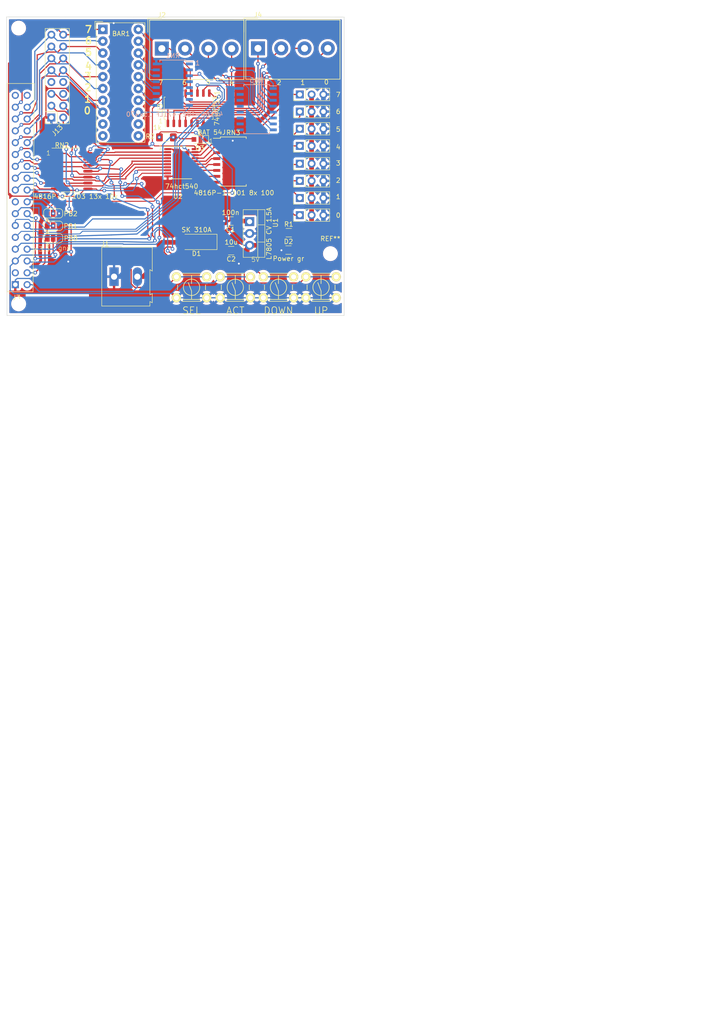
<source format=kicad_pcb>
(kicad_pcb (version 20211014) (generator pcbnew)
  (layers (0 "F.Cu" signal) (31 "B.Cu" signal) (34 "B.Paste" user) (35 "F.Paste" user) (36 "B.SilkS" user "B.Silkscreen") (37 "F.SilkS" user "F.Silkscreen") (38 "B.Mask" user) (39 "F.Mask" user) (44 "Edge.Cuts" user))
  (net 0 "")
  (net 5 "PD0")
  (net 6 "PD1")
  (net 7 "PD2")
  (net 8 "PD3")
  (net 9 "PD4")
  (net 10 "PD5")
  (net 11 "PD6")
  (net 12 "PD7")
  (net 13 "Net-(C1-Pad1)")
  (net 14 "+5V")
  (net 15 "Net-(D1-Pad2)")
  (net 16 "Net-(D2-Pad2)")
  (net 17 "GND")
  (net 18 "PC7")
  (net 19 "PC5")
  (net 20 "PC6")
  (net 21 "PC4")
  (net 22 "PC3")
  (net 23 "PC2")
  (net 24 "PC1")
  (net 25 "PC0")
  (net 26 "PB2")
  (net 27 "PB1")
  (net 28 "PB0")
  (net 29 "Net-(J5-Pad1)")
  (net 30 "Net-(J6-Pad1)")
  (net 31 "Net-(J7-Pad1)")
  (net 32 "Net-(J8-Pad1)")
  (net 33 "Net-(J9-Pad1)")
  (net 34 "Net-(J10-Pad1)")
  (net 35 "Net-(J11-Pad1)")
  (net 36 "Net-(J12-Pad1)")
  (net 37 "Net-(RN3-Pad8)")
  (net 38 "Net-(RN3-Pad7)")
  (net 39 "Net-(RN3-Pad6)")
  (net 40 "Net-(RN3-Pad5)")
  (net 41 "Net-(RN3-Pad4)")
  (net 42 "Net-(RN3-Pad3)")
  (net 43 "Net-(RN3-Pad2)")
  (net 44 "Net-(RN3-Pad1)")
  (net 45 "PA7")
  (net 46 "PA6")
  (net 47 "PA5")
  (net 48 "PA4")
  (net 49 "PA3")
  (net 50 "PA2")
  (net 51 "PA1")
  (net 52 "PA0")
  (net 53 "+3V3")
  (net 54 "Net-(D3-Pad1)")
  (net 55 "/L7")
  (net 56 "/L6")
  (net 57 "/L0")
  (net 58 "/L1")
  (net 59 "/L5")
  (net 60 "/L4")
  (net 61 "/L3")
  (net 62 "/L2")
  (net 63 "/a6")
  (net 64 "/a5")
  (net 69 "/a4")
  (net 81 "/a1")
  (net 82 "/a2")
  (net 83 "/a3")
  (net 84 "/a7")
  (net 85 "/a8")
  (footprint "Display:HDSP-4830" (layer "F.Cu") (at 37.084 108.077)
    (fp_text reference "BAR1")
    (fp_text value "HDSP-4830_2 10x LED")
  )
  (footprint "Diode_SMD:D_SMA_Handsoldering" (layer "F.Cu") (at 57.2 153.7 180)
    (fp_text reference "D1")
    (fp_text value "SK 310A")
  )
  (footprint "TerminalBlock:TerminalBlock_Altech_AK300-2_P5.00mm" (layer "F.Cu") (at 39.497 161.163)
    (fp_text reference "J1")
    (fp_text value "Screw_Terminal_01x02" hide)
  )
  (footprint "sboxnet:sboxnet-stecker-2x17" (layer "F.Cu") (at 20.828 165.4175 180)
    (fp_text reference "J3")
    (fp_text value "Conn_02x17_Odd_Even" hide)
  )
  (footprint "TerminalBlock_Altech:Altech_AK300_1x04_P5.00mm_45-Degree" (layer "F.Cu") (at 70.4 112.15)
    (fp_text reference "J4")
    (fp_text value "Screw_Terminal_01x04")
  )
  (footprint "Connector_PinHeader_2.54mm:PinHeader_1x03_P2.54mm_Vertical" (layer "F.Cu") (at 79.375 144.272 90)
    (fp_text reference "J6")
    (fp_text value "Conn_01x03_Male" hide)
  )
  (footprint "Connector_PinHeader_2.54mm:PinHeader_1x03_P2.54mm_Vertical" (layer "F.Cu") (at 79.375 140.589 90)
    (fp_text reference "J7")
    (fp_text value "Conn_01x03_Male" hide)
  )
  (footprint "Connector_PinHeader_2.54mm:PinHeader_1x03_P2.54mm_Vertical" (layer "F.Cu") (at 79.375 136.906 90)
    (fp_text reference "J8")
    (fp_text value "Conn_01x03_Male" hide)
  )
  (footprint "Connector_PinHeader_2.54mm:PinHeader_1x03_P2.54mm_Vertical" (layer "F.Cu") (at 79.375 133.096 90)
    (fp_text reference "J9")
    (fp_text value "Conn_01x03_Male" hide)
  )
  (footprint "Connector_PinHeader_2.54mm:PinHeader_1x03_P2.54mm_Vertical" (layer "F.Cu") (at 79.375 129.413 90)
    (fp_text reference "J10")
    (fp_text value "Conn_01x03_Male" hide)
  )
  (footprint "Connector_PinHeader_2.54mm:PinHeader_1x03_P2.54mm_Vertical" (layer "F.Cu") (at 79.375 125.73 90)
    (fp_text reference "J11")
    (fp_text value "Conn_01x03_Male" hide)
  )
  (footprint "Connector_PinHeader_2.54mm:PinHeader_1x03_P2.54mm_Vertical" (layer "F.Cu") (at 79.375 122.047 90)
    (fp_text reference "J12")
    (fp_text value "Conn_01x03_Male" hide)
  )
  (footprint "Jumper:SolderJumper-3_P1.3mm_Open_RoundedPad1.0x1.5mm" (layer "F.Cu") (at 26.416 147.574)
    (fp_text reference "JP1" hide)
    (fp_text value "SolderJumper_3_Open" hide)
  )
  (footprint "Jumper:SolderJumper-3_P1.3mm_Open_RoundedPad1.0x1.5mm" (layer "F.Cu") (at 26.416 152.908)
    (fp_text reference "JP2" hide)
    (fp_text value "SolderJumper_3_Open" hide)
  )
  (footprint "Jumper:SolderJumper-3_P1.3mm_Open_RoundedPad1.0x1.5mm" (layer "F.Cu") (at 26.416 150.241)
    (fp_text reference "JP3" hide)
    (fp_text value "SolderJumper_3_Open" hide)
  )
  (footprint "sboxnet:JTP-1130" (layer "F.Cu") (at 74.803 163.449)
    (fp_text reference "SW2" hide)
    (fp_text value "DOWN")
  )
  (footprint "sboxnet:JTP-1130" (layer "F.Cu") (at 65.532 163.449)
    (fp_text reference "SW3" hide)
    (fp_text value "ACT")
  )
  (footprint "sboxnet:JTP-1130" (layer "F.Cu") (at 56.134 163.449)
    (fp_text reference "SW4" hide)
    (fp_text value "SEL")
  )
  (footprint "Package_SO:SOIC-16_4.55x10.3mm_P1.27mm" (layer "F.Cu") (at 55.5 125 90)
    (fp_text reference "U3")
    (fp_text value "74HCT151")
  )
  (footprint "Connector_PinHeader_2.54mm:PinHeader_1x03_P2.54mm_Vertical" (layer "F.Cu") (at 79.375 147.955 90)
    (fp_text reference "J5")
    (fp_text value "Conn_01x03_Male" hide)
  )
  (footprint "Capacitor_SMD:C_1206_3216Metric" (layer "F.Cu") (at 64.516 149.225 180)
    (fp_text reference "C1")
    (fp_text value "100n")
  )
  (footprint "Resistor_SMD:R_1206_3216Metric_Pad1.42x1.75mm_HandSolder" (layer "F.Cu") (at 76.9517 155.4539)
    (fp_text reference "D2")
    (fp_text value "Power gr")
  )
  (footprint "Diode_SMD:D_SOD-323_HandSoldering" (layer "F.Cu") (at 57.9 131.7 180)
    (fp_text reference "D3")
    (fp_text value "BAT 54J NXP")
  )
  (footprint "Resistor_SMD:R_1206_3216Metric_Pad1.42x1.75mm_HandSolder" (layer "F.Cu") (at 77.0112 151.7269)
    (fp_text reference "R1")
    (fp_text value "1k")
  )
  (footprint "Resistor_SMD:R_1206_3216Metric_Pad1.42x1.75mm_HandSolder" (layer "F.Cu") (at 50.72888 131.25196 180)
    (fp_text reference "R2")
    (fp_text value "100")
  )
  (footprint "Package_SO:SOIC-16W_5.3x10.2mm_P1.27mm" (layer "F.Cu") (at 65.1 136.45)
    (fp_text reference "RN3")
    (fp_text value "4816P-1-101 8x 100")
  )
  (footprint "Package_SO:TSSOP-20_4.4x6.5mm_P0.65mm" (layer "F.Cu") (at 53.95 136.7)
    (fp_text reference "U2")
    (fp_text value "74hct540")
  )
  (footprint "Capacitor_SMD:C_1206_3216Metric" (layer "F.Cu") (at 64.643 155.575 180)
    (fp_text reference "C2")
    (fp_text value "10u")
  )
  (footprint "Connector_PinSocket_2.54mm:PinSocket_2x08_P2.54mm_Vertical" (layer "F.Cu") (at 26.035 127 180)
    (fp_text reference "J13")
    (fp_text value "Conn_02x08_Top_Bottom")
  )
  (footprint "sboxnet:soic-14-8-6" (layer "F.Cu") (at 26.8986 133.4389)
    (fp_text reference "RN2")
    (fp_text value "4816P-2-103 13x 10k")
  )
  (footprint "MountingHole:MountingHole_2.2mm_M2" (layer "F.Cu") (at 19 107.8)
    (fp_text reference "REF**" hide)
    (fp_text value "MountingHole_2.2mm_M2" hide)
  )
  (footprint "MountingHole:MountingHole_2.2mm_M2" (layer "F.Cu") (at 19 167)
    (fp_text reference "REF**" hide)
    (fp_text value "MountingHole_2.2mm_M2" hide)
  )
  (footprint "MountingHole:MountingHole_2.2mm_M2" (layer "F.Cu") (at 85.9536 156.2227)
    (fp_text reference "REF**")
    (fp_text value "MountingHole_2.2mm_M2" hide)
  )
  (footprint "Package_TO_SOT_THT:TO-220-3_Vertical" (layer "F.Cu") (at 68.6 149.35 -90)
    (fp_text reference "U1")
    (fp_text value "L7805 CV 1.5A")
  )
  (footprint "sboxnet:JTP-1130" (layer "F.Cu") (at 83.947 163.449)
    (fp_text reference "SW1" hide)
    (fp_text value "UP")
  )
  (footprint "TerminalBlock_Altech:Altech_AK300_1x04_P5.00mm_45-Degree" (layer "F.Cu") (at 49.75 112.2)
    (fp_text reference "J2")
    (fp_text value "Screw_Terminal_01x04")
  )
  (footprint "" (layer "F.Cu") (at 91.4146 165.8366)
    (fp_text reference "")
    (fp_text value "")
  )
  (footprint "Package_SO:SOIC-16W_5.3x10.2mm_P1.27mm" (layer "B.Cu") (at 52.10556 119.9388 180)
    (fp_text reference "RN1")
    (fp_text value "4816P-T02-471LF 15x470")
  )
  (footprint "Package_SO:SOIC-16W_5.3x10.2mm_P1.27mm" (layer "B.Cu") (at 70.125 125.2 180)
    (fp_text reference "RN5")
    (fp_text value "4816P-T02-103 15x1k")
  )
  (gr_line (start 16.5 169.5) (end 16.425 105.4) (layer "Edge.Cuts") (width 0.1))
  (gr_line (start 88.9 105.425) (end 88.9 169.5) (layer "Edge.Cuts") (width 0.1))
  (gr_line (start 88.9 169.5) (end 16.5 169.5) (layer "Edge.Cuts") (width 0.1))
  (gr_line (start 88.9 105.425) (end 16.425 105.4) (layer "Edge.Cuts") (width 0.1))
  (gr_text "Thomas Maier 14.09.2021" (at 42.9 168.4) (layer "F.Cu") (effects (font (size 1 1))))
  (gr_text "sboxnet weichen\n-servo v2" (at 27.3 166.9) (layer "F.Cu") (effects (font (size 1 1))))
  (gr_text "tom@tom.ist-im-web.de" (at 30.56636 162.56) (layer "F.Cu") (effects (font (size 0.5 0.5) (thickness 0.1))))
  (gr_text "1" (at 57.44972 115.29568) (layer "B.SilkS") (effects (font (size 1 1))))
  (gr_text "6" (at 34 110.5) (layer "F.SilkS") (effects (font (size 1.5 1.5) (thickness 0.3))))
  (gr_text "5" (at 34.0106 113) (layer "F.SilkS") (effects (font (size 1.5 1.5) (thickness 0.3))))
  (gr_text "4" (at 34 116) (layer "F.SilkS") (effects (font (size 1.5 1.5) (thickness 0.3))))
  (gr_text "3" (at 33.91408 118.14048) (layer "F.SilkS") (effects (font (size 1.5 1.5) (thickness 0.3))))
  (gr_text "2" (at 33.87344 120.57888) (layer "F.SilkS") (effects (font (size 1.5 1.5) (thickness 0.3))))
  (gr_text "1" (at 33.8328 123.04268) (layer "F.SilkS") (effects (font (size 1.5 1.5) (thickness 0.3))))
  (gr_text "+3.3" (at 23.88 155.25) (layer "F.SilkS") (effects (font (size 1 1) (thickness 0.1))))
  (gr_text "6" (at 54.61 119.5) (layer "F.SilkS") (effects (font (size 1 1))))
  (gr_text "1" (at 49.53 133.35) (layer "F.SilkS") (effects (font (size 1 1) (thickness 0.1))))
  (gr_text "1" (at 60.325 132.08) (layer "F.SilkS") (effects (font (size 1 1) (thickness 0.1))))
  (gr_text "1" (at 49.53 127.762) (layer "F.SilkS") (effects (font (size 1 1) (thickness 0.1))))
  (gr_text "2" (at 74.93 119.5) (layer "F.SilkS") (effects (font (size 1 1))))
  (gr_text "0" (at 85.09 119.4) (layer "F.SilkS") (effects (font (size 1 1))))
  (gr_text "BAT 54J" (at 60.452 130.175) (layer "F.SilkS") (effects (font (size 1 1))))
  (gr_text "5" (at 59.69 119.4) (layer "F.SilkS") (effects (font (size 1 1))))
  (gr_text "5V" (at 69.85 157.48) (layer "F.SilkS") (effects (font (size 1 1) (thickness 0.1))))
  (gr_text "PB2" (at 30.17 147.66) (layer "F.SilkS") (effects (font (size 1 1))))
  (gr_text "1" (at 25.4 134.62) (layer "F.SilkS") (effects (font (size 1 1) (thickness 0.1))))
  (gr_text "3" (at 87.63 136.8) (layer "F.SilkS") (effects (font (size 1 1))))
  (gr_text "7" (at 34 108.077) (layer "F.SilkS") (effects (font (size 1.5 1.5) (thickness 0.3))))
  (gr_text "1" (at 87.63 144) (layer "F.SilkS") (effects (font (size 1 1))))
  (gr_text "5" (at 87.63 129.54) (layer "F.SilkS") (effects (font (size 1 1))))
  (gr_text "1" (at 80.01 119.5) (layer "F.SilkS") (effects (font (size 1 1))))
  (gr_text "PB1" (at 30.16 150.31) (layer "F.SilkS") (effects (font (size 1 1))))
  (gr_text "7" (at 49.53 119.5) (layer "F.SilkS") (effects (font (size 1 1))))
  (gr_text "4" (at 64.77 119.5) (layer "F.SilkS") (effects (font (size 1 1))))
  (gr_text "PB0" (at 30.2 152.93) (layer "F.SilkS") (effects (font (size 1 1))))
  (gr_text "0" (at 87.63 148) (layer "F.SilkS") (effects (font (size 1 1))))
  (gr_text "2" (at 87.63 140.5) (layer "F.SilkS") (effects (font (size 1 1))))
  (gr_text "1k" (at 48.768 129.159) (layer "F.SilkS") (effects (font (size 1 1))))
  (gr_text "7" (at 87.63 122.1) (layer "F.SilkS") (effects (font (size 1 1))))
  (gr_text "4" (at 87.63 133.35) (layer "F.SilkS") (effects (font (size 1 1))))
  (gr_text "6" (at 87.63 125.73) (layer "F.SilkS") (effects (font (size 1 1))))
  (gr_text "gnd" (at 28.83 154.99) (layer "F.SilkS") (effects (font (size 1 1) (thickness 0.1))))
  (gr_text "0" (at 33.7439 125.5268) (layer "F.SilkS") (effects (font (size 1.5 1.5) (thickness 0.3))))
  (gr_text "3" (at 69.85 119.38) (layer "F.SilkS") (effects (font (size 1 1))))
  (segment (start 26.884999 117.689999) (end 27.0383 117.8179) (width 0.25) (layer "B.Cu") (net 5))
  (segment (start 26.035 116.84) (end 26.884999 117.689999) (width 0.25) (layer "B.Cu") (net 5))
  (segment (start 20.828 132.3975) (end 23.94501 129.28049) (width 0.25) (layer "B.Cu") (net 5))
  (segment (start 23.94501 118.92999) (end 26.035 116.84) (width 0.25) (layer "B.Cu") (net 5))
  (segment (start 29.4005 118.1608) (end 29.431999 118.204999) (width 0.25) (layer "B.Cu") (net 5))
  (segment (start 29.431999 118.204999) (end 37.084 125.857) (width 0.25) (layer "B.Cu") (net 5))
  (segment (start 27.0383 117.8179) (end 27.4447 118.1608) (width 0.25) (layer "B.Cu") (net 5))
  (segment (start 27.4447 118.1608) (end 29.4005 118.1608) (width 0.25) (layer "B.Cu") (net 5))
  (segment (start 23.94501 129.28049) (end 23.94501 118.92999) (width 0.25) (layer "B.Cu") (net 5))
  (segment (start 19.49275 131.19275) (end 19.4945 131.191) (width 0.25) (layer "F.Cu") (net 6))
  (segment (start 27.686 118.11) (end 27.725001 117.959003) (width 0.25) (layer "F.Cu") (net 6))
  (segment (start 19.4945 131.191) (end 22.225 131.191) (width 0.25) (layer "F.Cu") (net 6))
  (segment (start 22.86 130.556) (end 22.86 127.530672) (width 0.25) (layer "F.Cu") (net 6))
  (segment (start 24.6634 118.0973) (end 27.686 118.11) (width 0.25) (layer "F.Cu") (net 6))
  (segment (start 28.575 116.84) (end 35.052 123.317) (width 0.25) (layer "F.Cu") (net 6))
  (segment (start 22.86 127.530672) (end 24.003 126.387672) (width 0.25) (layer "F.Cu") (net 6))
  (segment (start 35.052 123.317) (end 37.084 123.317) (width 0.25) (layer "F.Cu") (net 6))
  (segment (start 22.225 131.191) (end 22.86 130.556) (width 0.25) (layer "F.Cu") (net 6))
  (segment (start 24.003 126.387672) (end 24.003 118.491) (width 0.25) (layer "F.Cu") (net 6))
  (segment (start 27.725001 117.959003) (end 27.725001 117.689999) (width 0.25) (layer "F.Cu") (net 6))
  (segment (start 24.003 118.491) (end 24.6634 118.0973) (width 0.25) (layer "F.Cu") (net 6))
  (segment (start 27.725001 117.689999) (end 28.575 116.84) (width 0.25) (layer "F.Cu") (net 6))
  (via (at 19.49275 131.19275) (size 0.8) (drill 0.4) (layers "F.Cu" "B.Cu") (net 6))
  (segment (start 18.288 132.3975) (end 19.49275 131.19275) (width 0.25) (layer "B.Cu") (net 6))
  (segment (start 35.241998 120.777) (end 37.084 120.777) (width 0.25) (layer "B.Cu") (net 7))
  (segment (start 23.495 116.84) (end 26.035 114.3) (width 0.25) (layer "B.Cu") (net 7))
  (segment (start 26.035 114.3) (end 27.210001 115.475001) (width 0.25) (layer "B.Cu") (net 7))
  (segment (start 27.210001 115.475001) (end 29.939999 115.475001) (width 0.25) (layer "B.Cu") (net 7))
  (segment (start 20.828 129.8575) (end 23.495 127.1905) (width 0.25) (layer "B.Cu") (net 7))
  (segment (start 29.939999 115.475001) (end 35.241998 120.777) (width 0.25) (layer "B.Cu") (net 7))
  (segment (start 23.495 127.1905) (end 23.495 116.84) (width 0.25) (layer "B.Cu") (net 7))
  (segment (start 19.59775 128.54775) (end 19.740999 128.404501) (width 0.25) (layer "F.Cu") (net 8))
  (segment (start 25.660997 115.475001) (end 27.399999 115.475001) (width 0.25) (layer "F.Cu") (net 8))
  (segment (start 19.740999 128.404501) (end 21.349761 128.404501) (width 0.25) (layer "F.Cu") (net 8))
  (segment (start 32.512 118.237) (end 37.084 118.237) (width 0.25) (layer "F.Cu") (net 8))
  (segment (start 27.725001 115.149999) (end 28.575 114.3) (width 0.25) (layer "F.Cu") (net 8))
  (segment (start 23.495 117.640998) (end 25.660997 115.475001) (width 0.25) (layer "F.Cu") (net 8))
  (segment (start 27.399999 115.475001) (end 27.725001 115.149999) (width 0.25) (layer "F.Cu") (net 8))
  (segment (start 28.575 114.3) (end 32.512 118.237) (width 0.25) (layer "F.Cu") (net 8))
  (segment (start 21.349761 128.404501) (end 23.495 126.259262) (width 0.25) (layer "F.Cu") (net 8))
  (segment (start 23.495 126.259262) (end 23.495 117.640998) (width 0.25) (layer "F.Cu") (net 8))
  (via (at 19.59775 128.54775) (size 0.8) (drill 0.4) (layers "F.Cu" "B.Cu") (net 8))
  (segment (start 18.288 129.8575) (end 19.59775 128.54775) (width 0.25) (layer "B.Cu") (net 8))
  (segment (start 22.92901 114.86599) (end 26.035 111.76) (width 0.25) (layer "B.Cu") (net 9))
  (segment (start 27.399999 113.124999) (end 32.987999 113.124999) (width 0.25) (layer "B.Cu") (net 9))
  (segment (start 32.987999 113.124999) (end 35.56 115.697) (width 0.25) (layer "B.Cu") (net 9))
  (segment (start 35.56 115.697) (end 37.084 115.697) (width 0.25) (layer "B.Cu") (net 9))
  (segment (start 20.828 127.3175) (end 22.92901 125.21649) (width 0.25) (layer "B.Cu") (net 9))
  (segment (start 26.035 111.76) (end 27.399999 113.124999) (width 0.25) (layer "B.Cu") (net 9))
  (segment (start 22.92901 125.21649) (end 22.92901 114.86599) (width 0.25) (layer "B.Cu") (net 9))
  (segment (start 19.55 126) (end 21.828 126) (width 0.25) (layer "F.Cu") (net 10))
  (segment (start 21.828 126) (end 21.844 125.984) (width 0.25) (layer "F.Cu") (net 10))
  (segment (start 22.987 123.19) (end 22.987 113.546001) (width 0.25) (layer "F.Cu") (net 10))
  (segment (start 35.687 111.76) (end 37.084 113.157) (width 0.25) (layer "F.Cu") (net 10))
  (segment (start 27.725001 112.609999) (end 28.575 111.76) (width 0.25) (layer "F.Cu") (net 10))
  (segment (start 27.399999 112.935001) (end 27.725001 112.609999) (width 0.25) (layer "F.Cu") (net 10))
  (segment (start 21.844 125.984) (end 22.987 123.19) (width 0.25) (layer "F.Cu") (net 10))
  (segment (start 19.5 126) (end 19.55 126) (width 0.25) (layer "F.Cu") (net 10))
  (segment (start 20.193 125.984) (end 21.844 125.984) (width 0.25) (layer "F.Cu") (net 10))
  (segment (start 22.987 113.546001) (end 25.470999 112.935001) (width 0.25) (layer "F.Cu") (net 10))
  (segment (start 28.575 111.76) (end 35.687 111.76) (width 0.25) (layer "F.Cu") (net 10))
  (segment (start 25.470999 112.935001) (end 27.399999 112.935001) (width 0.25) (layer "F.Cu") (net 10))
  (via (at 19.55 126) (size 0.8) (drill 0.4) (layers "F.Cu" "B.Cu") (net 10))
  (segment (start 18.288 127.262) (end 19.55 126) (width 0.25) (layer "B.Cu") (net 10))
  (segment (start 18.288 127.3175) (end 18.288 127.262) (width 0.25) (layer "B.Cu") (net 10))
  (segment (start 26.035 109.22) (end 26.884999 110.069999) (width 0.25) (layer "B.Cu") (net 11))
  (segment (start 22.479 112.776) (end 26.035 109.22) (width 0.25) (layer "B.Cu") (net 11))
  (segment (start 35.52016 110.49) (end 35.64716 110.617) (width 0.25) (layer "B.Cu") (net 11))
  (segment (start 22.479 123.1265) (end 22.479 112.776) (width 0.25) (layer "B.Cu") (net 11))
  (segment (start 28.105998 110.49) (end 35.52016 110.49) (width 0.25) (layer "B.Cu") (net 11))
  (segment (start 20.828 124.7775) (end 22.479 123.1265) (width 0.25) (layer "B.Cu") (net 11))
  (segment (start 27.305 110.4773) (end 28.105998 110.49) (width 0.25) (layer "B.Cu") (net 11))
  (segment (start 35.64716 110.617) (end 37.084 110.617) (width 0.25) (layer "B.Cu") (net 11))
  (segment (start 26.884999 110.069999) (end 27.305 110.4773) (width 0.25) (layer "B.Cu") (net 11))
  (segment (start 26.797 107.442) (end 28.575 109.22) (width 0.25) (layer "F.Cu") (net 12))
  (segment (start 28.575 109.22) (end 32.385 109.22) (width 0.25) (layer "F.Cu") (net 12))
  (segment (start 19.740999 123.459001) (end 19.5 123.7) (width 0.25) (layer "F.Cu") (net 12))
  (segment (start 19.740999 123.324501) (end 19.740999 123.459001) (width 0.25) (layer "F.Cu") (net 12))
  (segment (start 25.4 107.442) (end 26.797 107.442) (width 0.25) (layer "F.Cu") (net 12))
  (segment (start 36.957 108.077) (end 37.084 108.077) (width 0.25) (layer "F.Cu") (net 12))
  (segment (start 32.385 109.22) (end 33.528 108.077) (width 0.25) (layer "F.Cu") (net 12))
  (segment (start 19.740999 123.324501) (end 19.740999 113.101001) (width 0.25) (layer "F.Cu") (net 12))
  (segment (start 19.740999 113.101001) (end 25.4 107.442) (width 0.25) (layer "F.Cu") (net 12))
  (segment (start 33.528 108.077) (end 37.084 108.077) (width 0.25) (layer "F.Cu") (net 12))
  (via (at 19.5 123.7) (size 0.8) (drill 0.4) (layers "F.Cu" "B.Cu") (net 12))
  (segment (start 19.3655 123.7) (end 18.288 124.7775) (width 0.25) (layer "B.Cu") (net 12))
  (segment (start 19.5 123.7) (end 19.3655 123.7) (width 0.25) (layer "B.Cu") (net 12))
  (segment (start 59.7 153.7) (end 61.441 153.7) (width 1) (layer "F.Cu") (net 13))
  (segment (start 61.441 153.7) (end 65.916 149.225) (width 1) (layer "F.Cu") (net 13))
  (segment (start 68.475 149.225) (end 68.6 149.35) (width 1) (layer "F.Cu") (net 13))
  (segment (start 65.916 149.225) (end 68.475 149.225) (width 1) (layer "F.Cu") (net 13))
  (segment (start 34.417 133.809) (end 34.417 133.809) (width 0.25) (layer "F.Cu") (net 14))
  (segment (start 34.417 133.809) (end 34.417 133.809) (width 0.25) (layer "F.Cu") (net 14))
  (segment (start 34.417 133.809) (end 34.417 133.809) (width 0.25) (layer "F.Cu") (net 14))
  (segment (start 54.3052 133.096) (end 54.3052 133.096) (width 0.25) (layer "F.Cu") (net 14))
  (segment (start 47.73168 125.07332) (end 51.055 121.75) (width 0.2) (layer "F.Cu") (net 14))
  (segment (start 68.6 154.43) (end 71.2236 154.43) (width 1) (layer "F.Cu") (net 14))
  (segment (start 81.915 149.5298) (end 81.915 147.955) (width 1) (layer "F.Cu") (net 14))
  (segment (start 33.479 134.747) (end 34.417 133.809) (width 0.25) (layer "F.Cu") (net 14))
  (segment (start 81.915 136.906) (end 81.915 133.096) (width 1) (layer "F.Cu") (net 14))
  (segment (start 56.9 133.3) (end 56.696 133.096) (width 0.25) (layer "F.Cu") (net 14))
  (segment (start 71.2236 154.43) (end 73.9267 151.7269) (width 1) (layer "F.Cu") (net 14))
  (segment (start 75.5237 150.8519) (end 76.414 149.9616) (width 1) (layer "F.Cu") (net 14))
  (segment (start 81.915 129.413) (end 81.915 125.73) (width 1) (layer "F.Cu") (net 14))
  (segment (start 68.1 155.64) (end 67.7645 155.575) (width 0.25) (layer "F.Cu") (net 14))
  (segment (start 54.3052 133.096) (end 48.20412 133.096) (width 0.2) (layer "F.Cu") (net 14))
  (segment (start 81.915 139.386919) (end 81.915 136.906) (width 1) (layer "F.Cu") (net 14))
  (segment (start 81.915 133.096) (end 81.915 129.413) (width 1) (layer "F.Cu") (net 14))
  (segment (start 48.20412 133.096) (end 47.73168 132.62356) (width 0.2) (layer "F.Cu") (net 14))
  (segment (start 67.7645 155.575) (end 66.043 155.575) (width 1) (layer "F.Cu") (net 14))
  (segment (start 54.5846 133.3754) (end 54.3052 133.096) (width 0.2) (layer "F.Cu") (net 14))
  (segment (start 75.5237 151.7269) (end 75.5237 150.8519) (width 1) (layer "F.Cu") (net 14))
  (segment (start 56.9 133.775) (end 56.9 133.3) (width 0.25) (layer "F.Cu") (net 14))
  (segment (start 47.73168 132.62356) (end 47.73168 125.07332) (width 0.2) (layer "F.Cu") (net 14))
  (segment (start 81.915 147.955) (end 81.915 144.272) (width 1) (layer "F.Cu") (net 14))
  (segment (start 73.9267 151.7269) (end 75.5237 151.7269) (width 1) (layer "F.Cu") (net 14))
  (segment (start 68.1 155.64) (end 68.1 154.93) (width 1) (layer "F.Cu") (net 14))
  (segment (start 56.696 133.096) (end 54.3052 133.096) (width 0.25) (layer "F.Cu") (net 14))
  (segment (start 76.414 149.9616) (end 81.4832 149.9616) (width 1) (layer "F.Cu") (net 14))
  (segment (start 81.915 144.526) (end 81.915 140.843) (width 1) (layer "F.Cu") (net 14))
  (segment (start 68.1 154.93) (end 68.6 154.43) (width 1) (layer "F.Cu") (net 14))
  (segment (start 81.915 140.589) (end 81.915 139.386919) (width 0.25) (layer "F.Cu") (net 14))
  (segment (start 81.915 125.73) (end 81.915 122.047) (width 1) (layer "F.Cu") (net 14))
  (segment (start 81.4832 149.9616) (end 81.915 149.5298) (width 1) (layer "F.Cu") (net 14))
  (via (at 54.5846 133.3754) (size 0.8) (drill 0.4) (layers "F.Cu" "B.Cu") (net 14))
  (via (at 47.73168 132.62356) (size 0.8) (drill 0.4) (layers "F.Cu" "B.Cu") (net 14))
  (via (at 34.417 133.809) (size 0.8) (drill 0.4) (layers "F.Cu" "B.Cu") (net 14))
  (segment (start 47.73168 132.62356) (end 47.73168 132.62356) (width 0.2) (layer "B.Cu") (net 14))
  (segment (start 47.73168 132.62356) (end 47.73168 132.62356) (width 0.2) (layer "B.Cu") (net 14))
  (segment (start 54.5846 133.3754) (end 63.841001 142.631801) (width 0.25) (layer "B.Cu") (net 14))
  (segment (start 34.417 133.809) (end 35.131501 133.094499) (width 0.2) (layer "B.Cu") (net 14))
  (segment (start 47.260741 133.094499) (end 47.73168 132.62356) (width 0.2) (layer "B.Cu") (net 14))
  (segment (start 54.3052 133.096) (end 54.5846 133.3754) (width 0.25) (layer "B.Cu") (net 14))
  (segment (start 63.841001 142.631801) (end 63.841001 150.921001) (width 0.25) (layer "B.Cu") (net 14))
  (segment (start 67.35 154.43) (end 68.6 154.43) (width 0.25) (layer "B.Cu") (net 14))
  (segment (start 35.131501 133.094499) (end 47.260741 133.094499) (width 0.2) (layer "B.Cu") (net 14))
  (segment (start 63.841001 150.921001) (end 67.35 154.43) (width 0.25) (layer "B.Cu") (net 14))
  (segment (start 49.149 154.432) (end 49.784 153.797) (width 1) (layer "F.Cu") (net 15))
  (segment (start 44.497 161.163) (end 45.737 161.163) (width 0.25) (layer "F.Cu") (net 15))
  (segment (start 45.737 161.163) (end 49.149 157.751) (width 1) (layer "F.Cu") (net 15))
  (segment (start 49.149 157.751) (end 49.149 154.432) (width 1) (layer "F.Cu") (net 15))
  (segment (start 49.784 153.797) (end 55.5244 153.797) (width 1) (layer "F.Cu") (net 15))
  (segment (start 44.497 163.393) (end 44.497 161.163) (width 0.25) (layer "B.Cu") (net 15))
  (segment (start 43.552 164.338) (end 44.497 163.393) (width 0.25) (layer "B.Cu") (net 15))
  (segment (start 23.36613 164.338) (end 43.552 164.338) (width 0.25) (layer "B.Cu") (net 15))
  (segment (start 21.90563 162.8775) (end 23.36613 164.338) (width 0.25) (layer "B.Cu") (net 15))
  (segment (start 20.828 162.8775) (end 21.90563 162.8775) (width 0.25) (layer "B.Cu") (net 15))
  (segment (start 78.4987 155.4464) (end 78.5892 155.5369) (width 0.25) (layer "F.Cu") (net 16))
  (segment (start 78.4987 151.7269) (end 78.4987 155.4464) (width 0.25) (layer "F.Cu") (net 16))
  (segment (start 63.116 149.225) (end 63.116 149.225) (width 0.25) (layer "F.Cu") (net 17))
  (segment (start 27.716 147.574) (end 27.716 147.574) (width 0.25) (layer "F.Cu") (net 17))
  (segment (start 23.6601 143.8783) (end 23.6601 143.8783) (width 0.25) (layer "F.Cu") (net 17))
  (segment (start 27.716 147.574) (end 27.716 147.574) (width 0.25) (layer "F.Cu") (net 17))
  (segment (start 55.1606 134.425) (end 55.925 134.425) (width 0.25) (layer "F.Cu") (net 17))
  (segment (start 39.410521 106.735999) (end 39.410521 106.735999) (width 0.2) (layer "F.Cu") (net 17))
  (segment (start 24.859999 121.355999) (end 24.859999 126.924999) (width 0.25) (layer "F.Cu") (net 17))
  (segment (start 16.84464 143.54464) (end 16.84464 115.36095) (width 0.25) (layer "F.Cu") (net 17))
  (segment (start 29.139001 120.744999) (end 25.470999 120.744999) (width 0.25) (layer "F.Cu") (net 17))
  (segment (start 63.44101 148.02499) (end 63.116 148.35) (width 0.25) (layer "F.Cu") (net 17))
  (segment (start 27.716 152.908) (end 28.170064 152.453936) (width 0.25) (layer "F.Cu") (net 17))
  (segment (start 52.625 134.425) (end 53.145 134.425) (width 0.25) (layer "F.Cu") (net 17))
  (segment (start 16.84464 115.36095) (end 25.469591 106.735999) (width 0.25) (layer "F.Cu") (net 17))
  (segment (start 17.1783 143.8783) (end 16.84464 143.54464) (width 0.25) (layer "F.Cu") (net 17))
  (segment (start 38.92296 131.6482) (end 37.8206 132.48132) (width 0.25) (layer "F.Cu") (net 17))
  (segment (start 51.975 139.625) (end 53.34 138.26) (width 0.25) (layer "F.Cu") (net 17))
  (segment (start 58.324999 133.975001) (end 57.875 134.425) (width 0.25) (layer "F.Cu") (net 17))
  (segment (start 68.6 151.89) (end 69.85 151.89) (width 0.25) (layer "F.Cu") (net 17))
  (segment (start 53.34 134.62) (end 53.145 134.425) (width 0.25) (layer "F.Cu") (net 17))
  (segment (start 58.324999 128.600001) (end 58.324999 133.975001) (width 0.25) (layer "F.Cu") (net 17))
  (segment (start 53.145 134.425) (end 55.1606 134.425) (width 0.25) (layer "F.Cu") (net 17))
  (segment (start 71.35 147.85) (end 65.65 147.85) (width 0.25) (layer "F.Cu") (net 17))
  (segment (start 51 133.775) (end 51.975 133.775) (width 0.25) (layer "F.Cu") (net 17))
  (segment (start 65.894001 162.811001) (end 67.782001 164.699001) (width 0.25) (layer "F.Cu") (net 17))
  (segment (start 51 139.625) (end 51.975 139.625) (width 0.25) (layer "F.Cu") (net 17))
  (segment (start 38.7096 106.172) (end 38.89248 107.36072) (width 0.25) (layer "F.Cu") (net 17))
  (segment (start 57.875 134.425) (end 56.9 134.425) (width 0.25) (layer "F.Cu") (net 17))
  (segment (start 38.83152 106.74096) (end 39.410521 106.735999) (width 0.2) (layer "F.Cu") (net 17))
  (segment (start 65.894001 158.768999) (end 65.894001 162.811001) (width 0.25) (layer "F.Cu") (net 17))
  (segment (start 58.675 128.25) (end 58.324999 128.600001) (width 0.25) (layer "F.Cu") (net 17))
  (segment (start 24.859999 126.924999) (end 24.935 127) (width 0.25) (layer "F.Cu") (net 17))
  (segment (start 37.8206 132.48132) (end 35.74796 132.30352) (width 0.25) (layer "F.Cu") (net 17))
  (segment (start 28.170064 149.786936) (end 28.170064 148.028064) (width 0.25) (layer "F.Cu") (net 17))
  (segment (start 53.34 138.26) (end 53.34 134.62) (width 0.25) (layer "F.Cu") (net 17))
  (segment (start 51.975 133.775) (end 52.625 134.425) (width 0.25) (layer "F.Cu") (net 17))
  (segment (start 66.294 158.369) (end 65.894001 158.768999) (width 0.25) (layer "F.Cu") (net 17))
  (segment (start 25.469591 106.735999) (end 38.7096 106.172) (width 0.25) (layer "F.Cu") (net 17))
  (segment (start 28.170064 150.695064) (end 27.716 150.241) (width 0.25) (layer "F.Cu") (net 17))
  (segment (start 71.35 150.39) (end 71.35 147.85) (width 0.25) (layer "F.Cu") (net 17))
  (segment (start 28.170064 148.028064) (end 27.716 147.574) (width 0.25) (layer "F.Cu") (net 17))
  (segment (start 25.470999 120.744999) (end 24.859999 121.355999) (width 0.25) (layer "F.Cu") (net 17))
  (segment (start 38.89248 107.36072) (end 38.92296 131.6482) (width 0.25) (layer "F.Cu") (net 17))
  (segment (start 23.6601 143.8783) (end 17.1783 143.8783) (width 0.25) (layer "F.Cu") (net 17))
  (segment (start 69.85 151.89) (end 71.35 150.39) (width 0.25) (layer "F.Cu") (net 17))
  (segment (start 28.170064 152.453936) (end 28.170064 150.695064) (width 0.25) (layer "F.Cu") (net 17))
  (segment (start 67.782001 164.699001) (end 68.782 165.699) (width 0.25) (layer "F.Cu") (net 17))
  (segment (start 65.65 147.85) (end 65.47501 148.02499) (width 0.25) (layer "F.Cu") (net 17))
  (segment (start 65.47501 148.02499) (end 63.44101 148.02499) (width 0.25) (layer "F.Cu") (net 17))
  (segment (start 55.925 134.425) (end 56.9 134.425) (width 0.25) (layer "F.Cu") (net 17))
  (segment (start 27.716 153.655592) (end 27.716 152.908) (width 0.25) (layer "F.Cu") (net 17))
  (segment (start 29.6545 157.9245) (end 27.686 153.685592) (width 0.25) (layer "F.Cu") (net 17))
  (segment (start 35.74796 132.30352) (end 35.26028 127.4318) (width 0.25) (layer "F.Cu") (net 17))
  (segment (start 58.675 128.25) (end 59.945 128.25) (width 0.25) (layer "F.Cu") (net 17))
  (segment (start 35.26028 127.4318) (end 29.139001 120.744999) (width 0.25) (layer "F.Cu") (net 17))
  (segment (start 27.716 150.241) (end 28.170064 149.786936) (width 0.25) (layer "F.Cu") (net 17))
  (segment (start 24.935 127) (end 26.035 127) (width 0.25) (layer "F.Cu") (net 17))
  (segment (start 27.686 153.685592) (end 27.716 153.655592) (width 0.25) (layer "F.Cu") (net 17))
  (segment (start 63.116 148.35) (end 63.116 149.225) (width 0.25) (layer "F.Cu") (net 17))
  (via (at 64.975 131.975) (size 0.8) (drill 0.4) (layers "F.Cu" "B.Cu") (net 17))
  (via (at 39.410521 106.735999) (size 0.8) (drill 0.4) (layers "F.Cu" "B.Cu") (net 17))
  (via (at 66.294 158.369) (size 0.8) (drill 0.4) (layers "F.Cu" "B.Cu") (net 17))
  (via (at 29.6545 157.9245) (size 0.8) (drill 0.4) (layers "F.Cu" "B.Cu") (net 17))
  (via (at 23.6601 143.8783) (size 0.8) (drill 0.4) (layers "F.Cu" "B.Cu") (net 17))
  (via (at 75.438 155.4988) (size 0.8) (drill 0.4) (layers "F.Cu" "B.Cu") (net 17))
  (via (at 27.716 147.574) (size 0.8) (drill 0.4) (layers "F.Cu" "B.Cu") (net 17))
  (via (at 63.116 149.225) (size 0.8) (drill 0.4) (layers "F.Cu" "B.Cu") (net 17))
  (segment (start 23.6601 143.9545) (end 23.868659 144.163059) (width 0.25) (layer "B.Cu") (net 17))
  (segment (start 62.282 165.699) (end 68.782 165.699) (width 0.25) (layer "B.Cu") (net 17))
  (segment (start 18.363001 161.790499) (end 18.363001 161.786999) (width 0.25) (layer "B.Cu") (net 17))
  (segment (start 84.455 140.589) (end 84.455 136.906) (width 1) (layer "B.Cu") (net 17))
  (segment (start 18.288 161.925) (end 18.363001 161.790499) (width 0.25) (layer "B.Cu") (net 17))
  (segment (start 32.893 161.163) (end 39.497 161.163) (width 0.25) (layer "B.Cu") (net 17))
  (segment (start 39.410521 106.735999) (end 45.310681 106.735999) (width 0.2) (layer "B.Cu") (net 17))
  (segment (start 52.28844 114.03076) (end 50.8254 115.4938) (width 0.2) (layer "B.Cu") (net 17))
  (segment (start 84.455 136.906) (end 84.455 133.096) (width 1) (layer "B.Cu") (net 17))
  (segment (start 84.455 125.73) (end 84.455 122.047) (width 1) (layer "B.Cu") (net 17))
  (segment (start 59.384 165.699) (end 60.798213 165.699) (width 0.25) (layer "B.Cu") (net 17))
  (segment (start 52.3748 110.97768) (end 52.28844 111.06404) (width 0.2) (layer "B.Cu") (net 17))
  (segment (start 76.581 158.369) (end 84.455 150.495) (width 1) (layer "B.Cu") (net 17))
  (segment (start 23.868659 144.163059) (end 25.052651 144.163059) (width 0.25) (layer "B.Cu") (net 17))
  (segment (start 29.6545 157.9245) (end 27.45 161.55) (width 0.25) (layer "B.Cu") (net 17))
  (segment (start 18.288 161.925) (end 18.288 161.8655) (width 0.25) (layer "B.Cu") (net 17))
  (segment (start 84.455 144.272) (end 84.455 140.589) (width 1) (layer "B.Cu") (net 17))
  (segment (start 39.497 161.163) (end 40.737 161.163) (width 0.25) (layer "B.Cu") (net 17))
  (segment (start 84.455 150.495) (end 84.455 147.955) (width 1) (layer "B.Cu") (net 17))
  (segment (start 60.798213 165.699) (end 62.282 165.699) (width 0.25) (layer "B.Cu") (net 17))
  (segment (start 63.116 149.225) (end 63.116 155.572) (width 0.25) (layer "B.Cu") (net 17))
  (segment (start 79.467213 165.699) (end 80.697 165.699) (width 0.25) (layer "B.Cu") (net 17))
  (segment (start 50.8254 115.4938) (end 49.50556 115.4938) (width 0.2) (layer "B.Cu") (net 17))
  (segment (start 63.116 155.572) (end 63.119 155.575) (width 0.25) (layer "B.Cu") (net 17))
  (segment (start 78.053 165.699) (end 79.467213 165.699) (width 0.25) (layer "B.Cu") (net 17))
  (segment (start 23.6601 143.8783) (end 23.6601 143.9545) (width 0.25) (layer "B.Cu") (net 17))
  (segment (start 75.438 155.4988) (end 75.438 158.242) (width 0.25) (layer "B.Cu") (net 17))
  (segment (start 84.455 147.955) (end 84.455 144.272) (width 1) (layer "B.Cu") (net 17))
  (segment (start 45.310681 106.735999) (end 45.32096 106.72572) (width 0.2) (layer "B.Cu") (net 17))
  (segment (start 48.12284 106.72572) (end 52.3748 110.97768) (width 0.2) (layer "B.Cu") (net 17))
  (segment (start 18.288 161.8655) (end 18.288 162.8775) (width 0.25) (layer "B.Cu") (net 17))
  (segment (start 70.196213 165.699) (end 71.553 165.699) (width 0.25) (layer "B.Cu") (net 17))
  (segment (start 75.438 158.242) (end 75.3364 158.3436) (width 0.25) (layer "B.Cu") (net 17))
  (segment (start 84.455 133.096) (end 84.455 129.413) (width 1) (layer "B.Cu") (net 17))
  (segment (start 45.32096 106.72572) (end 48.12284 106.72572) (width 0.2) (layer "B.Cu") (net 17))
  (segment (start 29.6545 157.9245) (end 32.893 161.163) (width 0.25) (layer "B.Cu") (net 17))
  (segment (start 66.294 158.369) (end 75.3364 158.3436) (width 1) (layer "B.Cu") (net 17))
  (segment (start 75.3364 158.3436) (end 76.581 158.369) (width 1) (layer "B.Cu") (net 17))
  (segment (start 43.531 158.369) (end 66.294 158.369) (width 1) (layer "B.Cu") (net 17))
  (segment (start 71.553 165.699) (end 78.053 165.699) (width 0.25) (layer "B.Cu") (net 17))
  (segment (start 80.697 165.699) (end 87.197 165.699) (width 0.25) (layer "B.Cu") (net 17))
  (segment (start 25.052651 144.163059) (end 27.716 146.826408) (width 0.25) (layer "B.Cu") (net 17))
  (segment (start 52.884 165.699) (end 59.384 165.699) (width 0.25) (layer "B.Cu") (net 17))
  (segment (start 27.716 146.826408) (end 27.716 147.574) (width 0.25) (layer "B.Cu") (net 17))
  (segment (start 40.737 161.163) (end 43.531 158.369) (width 1) (layer "B.Cu") (net 17))
  (segment (start 18.7 161.55) (end 18.288 161.925) (width 0.25) (layer "B.Cu") (net 17))
  (segment (start 52.28844 111.06404) (end 52.28844 114.03076) (width 0.2) (layer "B.Cu") (net 17))
  (segment (start 27.45 161.55) (end 18.7 161.55) (width 0.25) (layer "B.Cu") (net 17))
  (segment (start 84.455 129.413) (end 84.455 125.73) (width 1) (layer "B.Cu") (net 17))
  (segment (start 68.782 165.699) (end 70.196213 165.699) (width 0.25) (layer "B.Cu") (net 17))
  (segment (start 49.50556 115.4938) (end 48.55556 115.4938) (width 0.2) (layer "B.Cu") (net 17))
  (segment (start 19.5755 133.65) (end 19.5755 133.65) (width 0.25) (layer "F.Cu") (net 18))
  (segment (start 19.5755 133.65) (end 25.8 133.65) (width 0.25) (layer "F.Cu") (net 18))
  (segment (start 32.881822 135.33391) (end 35.11025 135.33391) (width 0.25) (layer "F.Cu") (net 18))
  (segment (start 26.25 134.1) (end 26.5986 134.4089) (width 0.2) (layer "F.Cu") (net 18))
  (segment (start 39.617819 134.519501) (end 39.71232 134.425) (width 0.25) (layer "F.Cu") (net 18))
  (segment (start 25.8 133.65) (end 26.25 134.1) (width 0.25) (layer "F.Cu") (net 18))
  (segment (start 35.924659 134.519501) (end 39.617819 134.519501) (width 0.25) (layer "F.Cu") (net 18))
  (segment (start 39.71232 134.425) (end 51 134.425) (width 0.25) (layer "F.Cu") (net 18))
  (segment (start 35.11025 135.33391) (end 35.924659 134.519501) (width 0.25) (layer "F.Cu") (net 18))
  (segment (start 19.5755 133.65) (end 19.5755 133.65) (width 0.25) (layer "F.Cu") (net 18))
  (segment (start 30.024398 135.4074) (end 32.808332 135.4074) (width 0.25) (layer "F.Cu") (net 18))
  (segment (start 26.8986 134.7089) (end 29.325898 134.7089) (width 0.25) (layer "F.Cu") (net 18))
  (segment (start 26.5986 134.4089) (end 26.8986 134.7089) (width 0.2) (layer "F.Cu") (net 18))
  (segment (start 32.808332 135.4074) (end 32.881822 135.33391) (width 0.25) (layer "F.Cu") (net 18))
  (segment (start 26.065199 133.875499) (end 26.25 134.1) (width 0.2) (layer "F.Cu") (net 18))
  (segment (start 29.325898 134.7089) (end 30.024398 135.4074) (width 0.25) (layer "F.Cu") (net 18))
  (via (at 19.5755 133.65) (size 0.8) (drill 0.4) (layers "F.Cu" "B.Cu") (net 18))
  (segment (start 18.288 134.9375) (end 19.5755 133.65) (width 0.25) (layer "B.Cu") (net 18))
  (segment (start 19.7 136.25) (end 19.7 136.25) (width 0.25) (layer "F.Cu") (net 19))
  (segment (start 26.8986 137.2489) (end 26.5986 136.9489) (width 0.25) (layer "F.Cu") (net 19))
  (segment (start 26.8986 137.2489) (end 27.1986 137.5489) (width 0.25) (layer "F.Cu") (net 19))
  (segment (start 36.164499 137.196999) (end 38.397497 137.196999) (width 0.25) (layer "F.Cu") (net 19))
  (segment (start 22.3989 136.9489) (end 22.2989 136.9489) (width 0.25) (layer "F.Cu") (net 19))
  (segment (start 38.397497 137.196999) (end 38.450499 137.250001) (width 0.25) (layer "F.Cu") (net 19))
  (segment (start 35.487588 137.87391) (end 36.164499 137.196999) (width 0.25) (layer "F.Cu") (net 19))
  (segment (start 21.95 136.6) (end 21.8 136.6) (width 0.25) (layer "F.Cu") (net 19))
  (segment (start 21.45 136.25) (end 19.7 136.25) (width 0.25) (layer "F.Cu") (net 19))
  (segment (start 22.2989 136.9489) (end 21.95 136.6) (width 0.25) (layer "F.Cu") (net 19))
  (segment (start 40.71864 135.725) (end 51 135.725) (width 0.25) (layer "F.Cu") (net 19))
  (segment (start 32.861842 137.87391) (end 35.487588 137.87391) (width 0.25) (layer "F.Cu") (net 19))
  (segment (start 39.193639 137.250001) (end 40.71864 135.725) (width 0.25) (layer "F.Cu") (net 19))
  (segment (start 32.536832 137.5489) (end 32.861842 137.87391) (width 0.25) (layer "F.Cu") (net 19))
  (segment (start 27.1986 137.5489) (end 32.536832 137.5489) (width 0.25) (layer "F.Cu") (net 19))
  (segment (start 21.8 136.6) (end 21.45 136.25) (width 0.25) (layer "F.Cu") (net 19))
  (segment (start 26.5986 136.9489) (end 22.3989 136.9489) (width 0.25) (layer "F.Cu") (net 19))
  (segment (start 38.450499 137.250001) (end 39.193639 137.250001) (width 0.25) (layer "F.Cu") (net 19))
  (via (at 19.7 136.25) (size 0.8) (drill 0.4) (layers "F.Cu" "B.Cu") (net 19))
  (segment (start 19.7 136.25) (end 19.5155 136.25) (width 0.25) (layer "B.Cu") (net 19))
  (segment (start 19.5155 136.25) (end 18.288 137.4775) (width 0.25) (layer "B.Cu") (net 19))
  (segment (start 22.97243 136.0043) (end 22.97243 136.0043) (width 0.2) (layer "F.Cu") (net 20))
  (segment (start 22.97243 136.0043) (end 26.4951 136.0043) (width 0.2) (layer "F.Cu") (net 20))
  (segment (start 35.16218 136.60391) (end 35.660499 136.105591) (width 0.25) (layer "F.Cu") (net 20))
  (segment (start 22.97243 136.0043) (end 22.97243 136.0043) (width 0.2) (layer "F.Cu") (net 20))
  (segment (start 36.254498 135.075) (end 50.025 135.075) (width 0.25) (layer "F.Cu") (net 20))
  (segment (start 50.025 135.075) (end 51 135.075) (width 0.25) (layer "F.Cu") (net 20))
  (segment (start 27.52361 136.60391) (end 35.16218 136.60391) (width 0.25) (layer "F.Cu") (net 20))
  (segment (start 26.8986 135.9789) (end 27.52361 136.60391) (width 0.25) (layer "F.Cu") (net 20))
  (segment (start 35.660499 135.668999) (end 36.254498 135.075) (width 0.25) (layer "F.Cu") (net 20))
  (segment (start 35.660499 136.105591) (end 35.660499 135.668999) (width 0.25) (layer "F.Cu") (net 20))
  (via (at 22.97243 136.0043) (size 0.8) (drill 0.4) (layers "F.Cu" "B.Cu") (net 20))
  (segment (start 22.97243 136.0043) (end 21.8948 136.0043) (width 0.25) (layer "B.Cu") (net 20))
  (segment (start 21.8948 136.0043) (end 20.828 134.9375) (width 0.25) (layer "B.Cu") (net 20))
  (segment (start 22.5 137.85) (end 22.5 137.85) (width 0.25) (layer "F.Cu") (net 21))
  (segment (start 31.43836 138.54) (end 32.051159 139.152799) (width 0.25) (layer "F.Cu") (net 21))
  (segment (start 41.053703 139.152799) (end 43.3578 136.848702) (width 0.25) (layer "F.Cu") (net 21))
  (segment (start 22.5 137.85) (end 27.644499 138.239499) (width 0.25) (layer "F.Cu") (net 21))
  (segment (start 22.5 137.85) (end 22.5 137.85) (width 0.25) (layer "F.Cu") (net 21))
  (segment (start 27.644499 138.239499) (end 27.945 138.54) (width 0.25) (layer "F.Cu") (net 21))
  (segment (start 43.3856 136.375) (end 51 136.375) (width 0.25) (layer "F.Cu") (net 21))
  (segment (start 27.945 138.54) (end 31.43836 138.54) (width 0.25) (layer "F.Cu") (net 21))
  (segment (start 43.3578 136.848702) (end 43.3578 136.3472) (width 0.25) (layer "F.Cu") (net 21))
  (segment (start 32.051159 139.152799) (end 41.053703 139.152799) (width 0.25) (layer "F.Cu") (net 21))
  (segment (start 43.3578 136.3472) (end 43.3856 136.375) (width 0.25) (layer "F.Cu") (net 21))
  (via (at 22.5 137.85) (size 0.8) (drill 0.4) (layers "F.Cu" "B.Cu") (net 21))
  (segment (start 22.1275 137.4775) (end 22.5 137.85) (width 0.25) (layer "B.Cu") (net 21))
  (segment (start 20.828 137.4775) (end 22.1275 137.4775) (width 0.25) (layer "B.Cu") (net 21))
  (segment (start 22.9108 138.85672) (end 22.9108 138.85672) (width 0.25) (layer "F.Cu") (net 22))
  (segment (start 43.817912 137.025) (end 51 137.025) (width 0.25) (layer "F.Cu") (net 22))
  (segment (start 37.85616 139.65936) (end 41.198792 139.64412) (width 0.25) (layer "F.Cu") (net 22))
  (segment (start 30.54968 140.171001) (end 30.812569 140.43389) (width 0.25) (layer "F.Cu") (net 22))
  (segment (start 26.8986 139.7889) (end 27.280701 140.171001) (width 0.25) (layer "F.Cu") (net 22))
  (segment (start 27.280701 140.171001) (end 30.54968 140.171001) (width 0.25) (layer "F.Cu") (net 22))
  (segment (start 41.198792 139.64412) (end 43.817912 137.025) (width 0.25) (layer "F.Cu") (net 22))
  (segment (start 35.411388 140.43389) (end 35.580299 140.602801) (width 0.25) (layer "F.Cu") (net 22))
  (segment (start 23.54298 139.4889) (end 22.9108 138.85672) (width 0.25) (layer "F.Cu") (net 22))
  (segment (start 26.8986 139.7889) (end 26.5986 139.4889) (width 0.25) (layer "F.Cu") (net 22))
  (segment (start 30.812569 140.43389) (end 35.411388 140.43389) (width 0.25) (layer "F.Cu") (net 22))
  (segment (start 37.33292 140.64488) (end 37.85616 139.65936) (width 0.25) (layer "F.Cu") (net 22))
  (segment (start 26.5986 139.4889) (end 23.54298 139.4889) (width 0.25) (layer "F.Cu") (net 22))
  (segment (start 35.580299 140.602801) (end 37.33292 140.64488) (width 0.25) (layer "F.Cu") (net 22))
  (via (at 22.9108 138.85672) (size 0.8) (drill 0.4) (layers "F.Cu" "B.Cu") (net 22))
  (segment (start 22.9108 138.85672) (end 22.345115 138.85672) (width 0.25) (layer "B.Cu") (net 22))
  (segment (start 19.53514 138.77036) (end 18.288 140.0175) (width 0.25) (layer "B.Cu") (net 22))
  (segment (start 22.345115 138.85672) (end 22.258755 138.77036) (width 0.25) (layer "B.Cu") (net 22))
  (segment (start 22.258755 138.77036) (end 19.53514 138.77036) (width 0.25) (layer "B.Cu") (net 22))
  (segment (start 23.7911 141.0589) (end 25.9236 141.0589) (width 0.2) (layer "F.Cu") (net 23))
  (segment (start 28.70962 141.0589) (end 28.814999 141.164279) (width 0.25) (layer "F.Cu") (net 23))
  (segment (start 42.027941 140.181499) (end 42.027941 139.785259) (width 0.25) (layer "F.Cu") (net 23))
  (segment (start 44.1382 137.675) (end 51 137.675) (width 0.25) (layer "F.Cu") (net 23))
  (segment (start 38.517661 140.181499) (end 42.027941 140.181499) (width 0.25) (layer "F.Cu") (net 23))
  (segment (start 42.027941 139.785259) (end 44.1382 137.675) (width 0.25) (layer "F.Cu") (net 23))
  (segment (start 26.8986 141.0589) (end 28.70962 141.0589) (width 0.25) (layer "F.Cu") (net 23))
  (segment (start 28.814999 141.278001) (end 29.220908 141.68391) (width 0.25) (layer "F.Cu") (net 23))
  (segment (start 37.01525 141.68391) (end 38.517661 140.181499) (width 0.25) (layer "F.Cu") (net 23))
  (segment (start 28.814999 141.164279) (end 28.814999 141.278001) (width 0.25) (layer "F.Cu") (net 23))
  (segment (start 25.9236 141.0589) (end 26.8986 141.0589) (width 0.2) (layer "F.Cu") (net 23))
  (segment (start 29.220908 141.68391) (end 37.01525 141.68391) (width 0.25) (layer "F.Cu") (net 23))
  (via (at 23.7911 141.0589) (size 0.8) (drill 0.4) (layers "F.Cu" "B.Cu") (net 23))
  (segment (start 22.7497 140.0175) (end 23.7911 141.0589) (width 0.25) (layer "B.Cu") (net 23))
  (segment (start 20.828 140.0175) (end 22.7497 140.0175) (width 0.25) (layer "B.Cu") (net 23))
  (segment (start 31.53382 142.6289) (end 31.53382 142.6289) (width 0.25) (layer "F.Cu") (net 24))
  (segment (start 26.8986 142.3289) (end 27.1986 142.6289) (width 0.25) (layer "F.Cu") (net 24))
  (segment (start 24.1689 142.3289) (end 23.5289 142.3289) (width 0.25) (layer "F.Cu") (net 24))
  (segment (start 44.646799 138.278921) (end 50.953921 138.278921) (width 0.2) (layer "F.Cu") (net 24))
  (segment (start 27.1986 142.6289) (end 31.53382 142.6289) (width 0.25) (layer "F.Cu") (net 24))
  (segment (start 23.5289 142.3289) (end 22.55 141.35) (width 0.25) (layer "F.Cu") (net 24))
  (segment (start 50.953921 138.278921) (end 51 138.325) (width 0.2) (layer "F.Cu") (net 24))
  (segment (start 24.1689 142.3289) (end 26.8986 142.3289) (width 0.2) (layer "F.Cu") (net 24))
  (segment (start 44.2468 138.67892) (end 44.646799 138.278921) (width 0.2) (layer "F.Cu") (net 24))
  (via (at 22.55 141.35) (size 0.8) (drill 0.4) (layers "F.Cu" "B.Cu") (net 24))
  (via (at 31.53382 142.6289) (size 0.8) (drill 0.4) (layers "F.Cu" "B.Cu") (net 24))
  (via (at 44.2468 138.67892) (size 0.8) (drill 0.4) (layers "F.Cu" "B.Cu") (net 24))
  (segment (start 44.2468 138.67892) (end 44.2468 138.67892) (width 0.2) (layer "B.Cu") (net 24))
  (segment (start 38.152162 142.12316) (end 38.180502 142.1515) (width 0.2) (layer "B.Cu") (net 24))
  (segment (start 38.180502 142.1515) (end 42.018502 142.1515) (width 0.2) (layer "B.Cu") (net 24))
  (segment (start 43.653479 139.272241) (end 44.2468 138.67892) (width 0.2) (layer "B.Cu") (net 24))
  (segment (start 37.669519 141.966999) (end 37.82568 142.12316) (width 0.2) (layer "B.Cu") (net 24))
  (segment (start 19.56667 141.35) (end 18.35917 142.5575) (width 0.25) (layer "B.Cu") (net 24))
  (segment (start 31.53382 142.6289) (end 36.386098 142.6289) (width 0.2) (layer "B.Cu") (net 24))
  (segment (start 42.018502 142.1515) (end 43.653479 140.516523) (width 0.2) (layer "B.Cu") (net 24))
  (segment (start 22.55 141.35) (end 19.56667 141.35) (width 0.25) (layer "B.Cu") (net 24))
  (segment (start 43.653479 140.516523) (end 43.653479 139.272241) (width 0.2) (layer "B.Cu") (net 24))
  (segment (start 37.82568 142.12316) (end 38.152162 142.12316) (width 0.2) (layer "B.Cu") (net 24))
  (segment (start 36.386098 142.6289) (end 37.047999 141.966999) (width 0.2) (layer "B.Cu") (net 24))
  (segment (start 18.35917 142.5575) (end 18.288 142.5575) (width 0.25) (layer "B.Cu") (net 24))
  (segment (start 37.047999 141.966999) (end 37.669519 141.966999) (width 0.2) (layer "B.Cu") (net 24))
  (segment (start 37.384 142.667) (end 37.384 142.667) (width 0.25) (layer "F.Cu") (net 25))
  (segment (start 28.3972 143.9291) (end 28.3972 143.9291) (width 0.2) (layer "F.Cu") (net 25))
  (segment (start 37.384 142.667) (end 37.384 142.667) (width 0.25) (layer "F.Cu") (net 25))
  (segment (start 45.5052 138.975) (end 51 138.975) (width 0.2) (layer "F.Cu") (net 25))
  (segment (start 33.5836 142.6289) (end 32.974 142.6289) (width 0.2) (layer "F.Cu") (net 25))
  (segment (start 31.6738 143.9291) (end 28.3972 143.9291) (width 0.2) (layer "F.Cu") (net 25))
  (segment (start 32.974 142.6289) (end 31.6738 143.9291) (width 0.2) (layer "F.Cu") (net 25))
  (segment (start 44.35348 140.12672) (end 45.5052 138.975) (width 0.2) (layer "F.Cu") (net 25))
  (segment (start 37.384 142.667) (end 36.0124 142.667) (width 0.2) (layer "F.Cu") (net 25))
  (segment (start 33.8836 142.3289) (end 33.5836 142.6289) (width 0.2) (layer "F.Cu") (net 25))
  (segment (start 35.6743 142.3289) (end 33.8836 142.3289) (width 0.2) (layer "F.Cu") (net 25))
  (segment (start 36.0124 142.667) (end 35.6743 142.3289) (width 0.2) (layer "F.Cu") (net 25))
  (via (at 28.3972 143.9291) (size 0.8) (drill 0.4) (layers "F.Cu" "B.Cu") (net 25))
  (via (at 37.384 142.667) (size 0.8) (drill 0.4) (layers "F.Cu" "B.Cu") (net 25))
  (via (at 44.35348 140.12672) (size 0.8) (drill 0.4) (layers "F.Cu" "B.Cu") (net 25))
  (segment (start 44.35348 140.12672) (end 44.35348 140.12672) (width 0.2) (layer "B.Cu") (net 25))
  (segment (start 38.707578 142.667) (end 39.43096 142.73276) (width 0.2) (layer "B.Cu") (net 25))
  (segment (start 39.43096 142.73276) (end 43.5356 142.70228) (width 0.2) (layer "B.Cu") (net 25))
  (segment (start 28.3972 143.9291) (end 27.831515 143.9291) (width 0.2) (layer "B.Cu") (net 25))
  (segment (start 26.459915 142.5575) (end 21.90563 142.5575) (width 0.2) (layer "B.Cu") (net 25))
  (segment (start 27.831515 143.9291) (end 26.459915 142.5575) (width 0.2) (layer "B.Cu") (net 25))
  (segment (start 43.5356 142.70228) (end 44.35348 141.30528) (width 0.2) (layer "B.Cu") (net 25))
  (segment (start 44.35348 141.30528) (end 44.35348 140.12672) (width 0.2) (layer "B.Cu") (net 25))
  (segment (start 21.90563 142.5575) (end 20.828 142.5575) (width 0.2) (layer "B.Cu") (net 25))
  (segment (start 37.384 142.667) (end 38.707578 142.667) (width 0.2) (layer "B.Cu") (net 25))
  (via (at 26.416 147.574) (size 0.8) (drill 0.4) (layers "F.Cu" "B.Cu") (net 26))
  (segment (start 21.5265 144.6403) (end 20.828 145.0975) (width 0.25) (layer "B.Cu") (net 26))
  (segment (start 24.0792 144.6149) (end 21.5265 144.6403) (width 0.25) (layer "B.Cu") (net 26))
  (segment (start 26.416 147.574) (end 26.416 146.574) (width 0.25) (layer "B.Cu") (net 26))
  (segment (start 26.416 146.574) (end 24.0792 144.6149) (width 0.25) (layer "B.Cu") (net 26))
  (via (at 26.416 150.241) (size 0.8) (drill 0.4) (layers "F.Cu" "B.Cu") (net 27))
  (segment (start 26.416 150.241) (end 25.666 150.241) (width 0.25) (layer "B.Cu") (net 27))
  (segment (start 19.5755 146.35) (end 23.35 146.35) (width 0.25) (layer "B.Cu") (net 27))
  (segment (start 25.666 150.241) (end 23.368 147.943) (width 0.25) (layer "B.Cu") (net 27))
  (segment (start 18.288 147.6375) (end 19.5755 146.35) (width 0.25) (layer "B.Cu") (net 27))
  (segment (start 23.368 147.943) (end 23.35 146.35) (width 0.25) (layer "B.Cu") (net 27))
  (segment (start 22.55 157.3) (end 22.55 157.3) (width 0.25) (layer "F.Cu") (net 28))
  (segment (start 22.55 156.95) (end 22.55 157.3) (width 0.25) (layer "F.Cu") (net 28))
  (segment (start 22.575 156.925) (end 22.55 156.95) (width 0.25) (layer "F.Cu") (net 28))
  (segment (start 26.416 156.024108) (end 26.416 152.908) (width 0.25) (layer "F.Cu") (net 28))
  (segment (start 26.9 156.45) (end 26.416 156.024108) (width 0.25) (layer "F.Cu") (net 28))
  (segment (start 22.68728 148.59508) (end 22.575 155.325) (width 0.25) (layer "F.Cu") (net 28))
  (segment (start 22.575 155.325) (end 22.575 156.925) (width 0.25) (layer "F.Cu") (net 28))
  (via (at 22.55 157.3) (size 0.8) (drill 0.4) (layers "F.Cu" "B.Cu") (net 28))
  (via (at 22.68728 148.59508) (size 0.8) (drill 0.4) (layers "F.Cu" "B.Cu") (net 28))
  (via (at 26.9 156.45) (size 0.8) (drill 0.4) (layers "F.Cu" "B.Cu") (net 28))
  (segment (start 21.589999 148.399499) (end 20.828 147.6375) (width 0.25) (layer "B.Cu") (net 28))
  (segment (start 26.9 157.015685) (end 26.9 156.45) (width 0.25) (layer "B.Cu") (net 28))
  (segment (start 21.83892 148.47824) (end 21.589999 148.399499) (width 0.25) (layer "B.Cu") (net 28))
  (segment (start 26.65 157.05) (end 26.865685 157.05) (width 0.25) (layer "B.Cu") (net 28))
  (segment (start 26.865685 157.05) (end 26.9 157.015685) (width 0.25) (layer "B.Cu") (net 28))
  (segment (start 22.55 157.3) (end 26.65 157.05) (width 0.25) (layer "B.Cu") (net 28))
  (segment (start 22.68728 148.59508) (end 21.83892 148.47824) (width 0.25) (layer "B.Cu") (net 28))
  (segment (start 68.65 140.895) (end 74.855 140.895) (width 0.25) (layer "F.Cu") (net 29))
  (segment (start 76.2 145.88) (end 78.275 147.955) (width 0.25) (layer "F.Cu") (net 29))
  (segment (start 76.2 142.24) (end 76.2 145.88) (width 0.25) (layer "F.Cu") (net 29))
  (segment (start 78.275 147.955) (end 79.375 147.955) (width 0.25) (layer "F.Cu") (net 29))
  (segment (start 74.855 140.895) (end 76.2 142.24) (width 0.25) (layer "F.Cu") (net 29))
  (segment (start 68.65 139.625) (end 74.728 139.625) (width 0.25) (layer "F.Cu") (net 30))
  (segment (start 74.728 139.625) (end 79.375 144.272) (width 0.25) (layer "F.Cu") (net 30))
  (segment (start 68.65 138.355) (end 74.855 138.355) (width 0.25) (layer "F.Cu") (net 31))
  (segment (start 74.855 138.355) (end 77.089 140.589) (width 0.25) (layer "F.Cu") (net 31))
  (segment (start 77.089 140.589) (end 79.375 140.589) (width 0.25) (layer "F.Cu") (net 31))
  (segment (start 79.196 137.085) (end 79.375 136.906) (width 0.25) (layer "F.Cu") (net 32))
  (segment (start 68.65 137.085) (end 79.196 137.085) (width 0.25) (layer "F.Cu") (net 32))
  (segment (start 76.454 133.096) (end 79.375 133.096) (width 0.25) (layer "F.Cu") (net 33))
  (segment (start 73.735 135.815) (end 76.454 133.096) (width 0.25) (layer "F.Cu") (net 33))
  (segment (start 68.65 135.815) (end 73.735 135.815) (width 0.25) (layer "F.Cu") (net 33))
  (segment (start 74.243 134.545) (end 79.375 129.413) (width 0.25) (layer "F.Cu") (net 34))
  (segment (start 68.65 134.545) (end 74.243 134.545) (width 0.25) (layer "F.Cu") (net 34))
  (segment (start 79.375 126.83) (end 79.375 125.73) (width 0.25) (layer "F.Cu") (net 35))
  (segment (start 68.65 133.275) (end 72.93 133.275) (width 0.25) (layer "F.Cu") (net 35))
  (segment (start 72.93 133.275) (end 79.375 126.83) (width 0.25) (layer "F.Cu") (net 35))
  (segment (start 78.275 122.047) (end 79.375 122.047) (width 0.25) (layer "F.Cu") (net 36))
  (segment (start 78.058 122.047) (end 78.275 122.047) (width 0.25) (layer "F.Cu") (net 36))
  (segment (start 68.65 132.005) (end 68.65 131.455) (width 0.25) (layer "F.Cu") (net 36))
  (segment (start 68.65 131.455) (end 78.058 122.047) (width 0.25) (layer "F.Cu") (net 36))
  (segment (start 59.15859 140.895) (end 60.55 140.895) (width 0.25) (layer "F.Cu") (net 37))
  (segment (start 56.9 139.625) (end 57.88859 139.625) (width 0.25) (layer "F.Cu") (net 37))
  (segment (start 57.88859 139.625) (end 59.15859 140.895) (width 0.25) (layer "F.Cu") (net 37))
  (segment (start 60.55 140.895) (end 61.55 140.895) (width 0.25) (layer "F.Cu") (net 37))
  (segment (start 60.55 139.625) (end 61.55 139.625) (width 0.25) (layer "F.Cu") (net 38))
  (segment (start 58.525 139.625) (end 60.55 139.625) (width 0.25) (layer "F.Cu") (net 38))
  (segment (start 57.875 138.975) (end 58.525 139.625) (width 0.25) (layer "F.Cu") (net 38))
  (segment (start 56.9 138.975) (end 57.875 138.975) (width 0.25) (layer "F.Cu") (net 38))
  (segment (start 61.52 138.325) (end 61.55 138.355) (width 0.25) (layer "F.Cu") (net 39))
  (segment (start 56.9 138.325) (end 61.52 138.325) (width 0.25) (layer "F.Cu") (net 39))
  (segment (start 56.9 137.675) (end 59.175 137.675) (width 0.25) (layer "F.Cu") (net 40))
  (segment (start 59.175 137.675) (end 59.765 137.085) (width 0.25) (layer "F.Cu") (net 40))
  (segment (start 59.765 137.085) (end 61.55 137.085) (width 0.25) (layer "F.Cu") (net 40))
  (segment (start 56.9 137.025) (end 59.18859 137.025) (width 0.25) (layer "F.Cu") (net 41))
  (segment (start 60.39859 135.815) (end 60.55 135.815) (width 0.25) (layer "F.Cu") (net 41))
  (segment (start 60.55 135.815) (end 61.55 135.815) (width 0.25) (layer "F.Cu") (net 41))
  (segment (start 59.18859 137.025) (end 60.39859 135.815) (width 0.25) (layer "F.Cu") (net 41))
  (segment (start 60.55 135.095) (end 61.1 134.545) (width 0.25) (layer "F.Cu") (net 42))
  (segment (start 60.48218 135.095) (end 60.55 135.095) (width 0.25) (layer "F.Cu") (net 42))
  (segment (start 61.1 134.545) (end 61.55 134.545) (width 0.25) (layer "F.Cu") (net 42))
  (segment (start 56.9 136.375) (end 59.20218 136.375) (width 0.25) (layer "F.Cu") (net 42))
  (segment (start 59.20218 136.375) (end 60.48218 135.095) (width 0.25) (layer "F.Cu") (net 42))
  (segment (start 58.734998 135.725) (end 60.55 133.909998) (width 0.25) (layer "F.Cu") (net 43))
  (segment (start 56.9 135.725) (end 58.734998 135.725) (width 0.25) (layer "F.Cu") (net 43))
  (segment (start 60.55 133.909998) (end 60.55 133.825) (width 0.25) (layer "F.Cu") (net 43))
  (segment (start 60.55 133.825) (end 61.1 133.275) (width 0.25) (layer "F.Cu") (net 43))
  (segment (start 61.1 133.275) (end 61.55 133.275) (width 0.25) (layer "F.Cu") (net 43))
  (segment (start 60.55 132.639998) (end 60.55 132.555) (width 0.25) (layer "F.Cu") (net 44))
  (segment (start 61.1 132.005) (end 61.55 132.005) (width 0.25) (layer "F.Cu") (net 44))
  (segment (start 60.55 132.555) (end 61.1 132.005) (width 0.25) (layer "F.Cu") (net 44))
  (segment (start 56.9 135.075) (end 58.114998 135.075) (width 0.25) (layer "F.Cu") (net 44))
  (segment (start 58.114998 135.075) (end 60.55 132.639998) (width 0.25) (layer "F.Cu") (net 44))
  (segment (start 52.21638 131.25196) (end 52.21638 131.25196) (width 0.25) (layer "F.Cu") (net 45))
  (segment (start 56.5 131.55) (end 56.65 131.7) (width 0.25) (layer "F.Cu") (net 45))
  (segment (start 53.6875 131.55) (end 53.38946 131.25196) (width 0.25) (layer "F.Cu") (net 45))
  (segment (start 53.6875 131.55) (end 56.5 131.55) (width 0.25) (layer "F.Cu") (net 45))
  (segment (start 53.38946 131.25196) (end 52.21638 131.25196) (width 0.25) (layer "F.Cu") (net 45))
  (via (at 52.21638 131.25196) (size 0.8) (drill 0.4) (layers "F.Cu" "B.Cu") (net 45))
  (segment (start 24.817235 150.941001) (end 23.171315 149.295081) (width 0.2) (layer "B.Cu") (net 45))
  (segment (start 46.121564 148.7678) (end 34.88944 148.7678) (width 0.25) (layer "B.Cu") (net 45))
  (segment (start 47.492691 147.636311) (end 46.121564 148.7678) (width 0.25) (layer "B.Cu") (net 45))
  (segment (start 49.75352 144.71396) (end 49.75352 144.739072) (width 0.25) (layer "B.Cu") (net 45))
  (segment (start 49.96688 132.78896) (end 49.96688 144.5006) (width 0.25) (layer "B.Cu") (net 45))
  (segment (start 52.21638 131.25196) (end 51.50388 131.25196) (width 0.25) (layer "B.Cu") (net 45))
  (segment (start 21.17852 148.8694) (end 18.51847 148.8694) (width 0.2) (layer "B.Cu") (net 45))
  (segment (start 23.171315 149.295081) (end 21.604201 149.295081) (width 0.2) (layer "B.Cu") (net 45))
  (segment (start 49.75352 145.375482) (end 47.492691 147.636311) (width 0.25) (layer "B.Cu") (net 45))
  (segment (start 49.96688 144.5006) (end 49.75352 144.71396) (width 0.25) (layer "B.Cu") (net 45))
  (segment (start 28.28544 150.52462) (end 27.869059 150.941001) (width 0.2) (layer "B.Cu") (net 45))
  (segment (start 33.13262 150.52462) (end 28.28544 150.52462) (width 0.25) (layer "B.Cu") (net 45))
  (segment (start 34.88944 148.7678) (end 33.13262 150.52462) (width 0.25) (layer "B.Cu") (net 45))
  (segment (start 49.75352 144.71396) (end 49.75352 145.375482) (width 0.25) (layer "B.Cu") (net 45))
  (segment (start 18.51847 148.8694) (end 18.288 149.09987) (width 0.2) (layer "B.Cu") (net 45))
  (segment (start 27.869059 150.941001) (end 24.817235 150.941001) (width 0.2) (layer "B.Cu") (net 45))
  (segment (start 51.50388 131.25196) (end 49.96688 132.78896) (width 0.25) (layer "B.Cu") (net 45))
  (segment (start 21.604201 149.295081) (end 21.17852 148.8694) (width 0.2) (layer "B.Cu") (net 45))
  (segment (start 18.288 149.09987) (end 18.288 150.1775) (width 0.2) (layer "B.Cu") (net 45))
  (segment (start 62.00648 122.5042) (end 62.00648 122.5042) (width 0.25) (layer "F.Cu") (net 46))
  (segment (start 62.00648 122.5042) (end 62.00648 122.5042) (width 0.25) (layer "F.Cu") (net 46))
  (segment (start 60.22 121.75) (end 60.9742 122.5042) (width 0.25) (layer "F.Cu") (net 46))
  (segment (start 60.9742 122.5042) (end 62.00648 122.5042) (width 0.25) (layer "F.Cu") (net 46))
  (segment (start 59.945 121.75) (end 60.22 121.75) (width 0.25) (layer "F.Cu") (net 46))
  (via (at 62.00648 122.5042) (size 0.8) (drill 0.4) (layers "F.Cu" "B.Cu") (net 46))
  (segment (start 53.40096 131.10972) (end 53.40096 131.12355) (width 0.25) (layer "B.Cu") (net 46))
  (segment (start 52.19762 142.76386) (end 52.23268 142.79892) (width 0.25) (layer "B.Cu") (net 46))
  (segment (start 21.62513 150.97463) (end 20.828 150.1775) (width 0.25) (layer "B.Cu") (net 46))
  (segment (start 29.02033 150.99963) (end 44.129372 150.99963) (width 0.2) (layer "B.Cu") (net 46))
  (segment (start 24.24981 150.97463) (end 21.62513 150.97463) (width 0.25) (layer "B.Cu") (net 46))
  (segment (start 52.572935 134.406655) (end 52.580095 134.413816) (width 0.25) (layer "B.Cu") (net 46))
  (segment (start 52.580095 134.413816) (end 52.19762 134.796291) (width 0.25) (layer "B.Cu") (net 46))
  (segment (start 52.23268 142.79892) (end 52.14112 144.38376) (width 0.25) (layer "B.Cu") (net 46))
  (segment (start 52.14112 144.38376) (end 44.154372 150.97463) (width 0.25) (layer "B.Cu") (net 46))
  (segment (start 52.19762 134.796291) (end 52.19762 142.76386) (width 0.25) (layer "B.Cu") (net 46))
  (segment (start 52.572935 131.951575) (end 52.572935 134.406655) (width 0.25) (layer "B.Cu") (net 46))
  (segment (start 24.24981 151.63081) (end 24.26716 151.64816) (width 0.2) (layer "B.Cu") (net 46))
  (segment (start 53.40096 131.12355) (end 52.572935 131.951575) (width 0.25) (layer "B.Cu") (net 46))
  (segment (start 28.3718 151.64816) (end 29.02033 150.99963) (width 0.2) (layer "B.Cu") (net 46))
  (segment (start 24.26716 151.64816) (end 28.3718 151.64816) (width 0.2) (layer "B.Cu") (net 46))
  (segment (start 44.129372 150.99963) (end 44.154372 150.97463) (width 0.2) (layer "B.Cu") (net 46))
  (segment (start 24.24981 150.97463) (end 24.24981 151.63081) (width 0.2) (layer "B.Cu") (net 46))
  (segment (start 62.00648 122.5042) (end 53.40096 131.10972) (width 0.25) (layer "B.Cu") (net 46))
  (segment (start 61.92012 120.81764) (end 61.92012 120.81764) (width 0.25) (layer "F.Cu") (net 47))
  (segment (start 61.92012 120.81764) (end 61.92012 120.81764) (width 0.25) (layer "F.Cu") (net 47))
  (segment (start 61.92012 120.81764) (end 61.92012 120.81764) (width 0.25) (layer "F.Cu") (net 47))
  (segment (start 58.68416 121.43432) (end 58.68416 121.07672) (width 0.25) (layer "F.Cu") (net 47))
  (segment (start 61.92012 120.42648) (end 61.92012 120.81764) (width 0.25) (layer "F.Cu") (net 47))
  (segment (start 61.68644 120.1928) (end 61.92012 120.42648) (width 0.25) (layer "F.Cu") (net 47))
  (segment (start 58.675 121.44348) (end 58.68416 121.43432) (width 0.25) (layer "F.Cu") (net 47))
  (segment (start 58.68416 121.07672) (end 59.56808 120.1928) (width 0.25) (layer "F.Cu") (net 47))
  (segment (start 58.675 121.75) (end 58.675 121.44348) (width 0.25) (layer "F.Cu") (net 47))
  (segment (start 59.56808 120.1928) (end 61.68644 120.1928) (width 0.25) (layer "F.Cu") (net 47))
  (via (at 61.92012 120.81764) (size 0.8) (drill 0.4) (layers "F.Cu" "B.Cu") (net 47))
  (segment (start 57.349 127.820221) (end 55.470526 129.972347) (width 0.2) (layer "B.Cu") (net 47))
  (segment (start 53.005103 134.589862) (end 52.71516 134.879805) (width 0.2) (layer "B.Cu") (net 47))
  (segment (start 23.13432 151.43988) (end 19.56054 151.44496) (width 0.2) (layer "B.Cu") (net 47))
  (segment (start 23.13432 152.1714) (end 23.13432 151.43988) (width 0.2) (layer "B.Cu") (net 47))
  (segment (start 32.14286 151.98174) (end 23.13432 152.1714) (width 0.2) (layer "B.Cu") (net 47))
  (segment (start 53.005103 132.43777) (end 53.005103 134.589862) (width 0.2) (layer "B.Cu") (net 47))
  (segment (start 19.56054 151.44496) (end 18.288 152.7175) (width 0.2) (layer "B.Cu") (net 47))
  (segment (start 32.72496 151.39964) (end 32.14286 151.98174) (width 0.2) (layer "B.Cu") (net 47))
  (segment (start 52.71516 134.879805) (end 52.71516 144.45996) (width 0.2) (layer "B.Cu") (net 47))
  (segment (start 61.92012 120.81764) (end 62.706481 121.604001) (width 0.2) (layer "B.Cu") (net 47))
  (segment (start 57.822666 127.796372) (end 57.700283 127.796372) (width 0.2) (layer "B.Cu") (net 47))
  (segment (start 44.330416 151.39964) (end 32.72496 151.39964) (width 0.2) (layer "B.Cu") (net 47))
  (segment (start 62.706481 121.604001) (end 62.706481 122.912557) (width 0.2) (layer "B.Cu") (net 47))
  (segment (start 62.706481 122.912557) (end 57.822666 127.796372) (width 0.2) (layer "B.Cu") (net 47))
  (segment (start 52.214595 144.874166) (end 44.440541 151.289515) (width 0.2) (layer "B.Cu") (net 47))
  (segment (start 52.300954 144.874166) (end 52.214595 144.874166) (width 0.2) (layer "B.Cu") (net 47))
  (segment (start 52.71516 144.45996) (end 52.300954 144.874166) (width 0.2) (layer "B.Cu") (net 47))
  (segment (start 55.470526 129.972347) (end 53.005103 132.43777) (width 0.2) (layer "B.Cu") (net 47))
  (segment (start 57.700283 127.796372) (end 57.349 127.820221) (width 0.2) (layer "B.Cu") (net 47))
  (segment (start 44.440541 151.289515) (end 44.330416 151.39964) (width 0.2) (layer "B.Cu") (net 47))
  (segment (start 57.404 120.0404) (end 57.404 120.0404) (width 0.25) (layer "F.Cu") (net 48))
  (segment (start 57.405 121.27384) (end 57.404 121.27284) (width 0.25) (layer "F.Cu") (net 48))
  (segment (start 57.405 121.75) (end 57.405 121.27384) (width 0.25) (layer "F.Cu") (net 48))
  (segment (start 57.404 121.27284) (end 57.404 120.0404) (width 0.25) (layer "F.Cu") (net 48))
  (via (at 57.404 120.0404) (size 0.8) (drill 0.4) (layers "F.Cu" "B.Cu") (net 48))
  (segment (start 38.90264 152.20188) (end 21.90563 152.7175) (width 0.25) (layer "B.Cu") (net 48))
  (segment (start 63.18149 123.038602) (end 57.987763 128.232329) (width 0.25) (layer "B.Cu") (net 48))
  (segment (start 57.553431 128.232329) (end 53.5432 132.82676) (width 0.25) (layer "B.Cu") (net 48))
  (segment (start 53.5432 132.82676) (end 53.2384 144.8308) (width 0.25) (layer "B.Cu") (net 48))
  (segment (start 44.39764 152.004182) (end 38.90264 152.20188) (width 0.25) (layer "B.Cu") (net 48))
  (segment (start 21.90563 152.7175) (end 20.828 152.7175) (width 0.25) (layer "B.Cu") (net 48))
  (segment (start 63.181491 121.006009) (end 63.18149 123.038602) (width 0.25) (layer "B.Cu") (net 48))
  (segment (start 53.2384 144.8308) (end 44.39764 152.004182) (width 0.25) (layer "B.Cu") (net 48))
  (segment (start 57.987763 128.232329) (end 57.553431 128.232329) (width 0.25) (layer "B.Cu") (net 48))
  (segment (start 57.404 120.0404) (end 62.215882 120.0404) (width 0.25) (layer "B.Cu") (net 48))
  (segment (start 62.215882 120.0404) (end 63.181491 121.006009) (width 0.25) (layer "B.Cu") (net 48))
  (segment (start 46.736 146.812) (end 46.736 146.812) (width 0.25) (layer "F.Cu") (net 49))
  (segment (start 68.145999 162.524001) (end 79.371999 162.524001) (width 0.25) (layer "F.Cu") (net 49))
  (segment (start 34.3535 127.3175) (end 30.320999 123.284999) (width 0.25) (layer "F.Cu") (net 49))
  (segment (start 28.200997 123.284999) (end 26.835998 121.92) (width 0.25) (layer "F.Cu") (net 49))
  (segment (start 47.051239 153.032739) (end 47.051239 152.467054) (width 0.25) (layer "F.Cu") (net 49))
  (segment (start 26.835998 121.92) (end 26.035 121.92) (width 0.25) (layer "F.Cu") (net 49))
  (segment (start 52.0446 155.194) (end 51.644601 154.794001) (width 0.25) (layer "F.Cu") (net 49))
  (segment (start 30.320999 123.284999) (end 28.200997 123.284999) (width 0.25) (layer "F.Cu") (net 49))
  (segment (start 50.736597 154.794001) (end 50.278199 155.252399) (width 0.25) (layer "F.Cu") (net 49))
  (segment (start 47.051239 152.467054) (end 46.736 152.151815) (width 0.25) (layer "F.Cu") (net 49))
  (segment (start 36.1315 133.4135) (end 36.1315 133.356498) (width 0.25) (layer "F.Cu") (net 49))
  (segment (start 35.1155 137.287) (end 33.479 137.287) (width 0.25) (layer "F.Cu") (net 49))
  (segment (start 35.236002 132.461) (end 34.3535 132.461) (width 0.25) (layer "F.Cu") (net 49))
  (segment (start 38.2905 136.017) (end 38.7985 136.525) (width 0.25) (layer "F.Cu") (net 49))
  (segment (start 39.56304 144.28216) (end 39.497 141.605) (width 0.25) (layer "F.Cu") (net 49))
  (segment (start 46.736 152.151815) (end 46.736 146.812) (width 0.25) (layer "F.Cu") (net 49))
  (segment (start 50.278199 155.252399) (end 50.278199 155.948401) (width 0.25) (layer "F.Cu") (net 49))
  (segment (start 67.456999 161.835001) (end 68.145999 162.524001) (width 0.25) (layer "F.Cu") (net 49))
  (segment (start 50.278199 155.948401) (end 51.973797 157.643999) (width 0.25) (layer "F.Cu") (net 49))
  (segment (start 67.456999 158.458997) (end 67.456999 161.835001) (width 0.25) (layer "F.Cu") (net 49))
  (segment (start 51.644601 154.794001) (end 50.736597 154.794001) (width 0.25) (layer "F.Cu") (net 49))
  (segment (start 51.973797 157.643999) (end 66.642001 157.643999) (width 0.25) (layer "F.Cu") (net 49))
  (segment (start 79.371999 162.524001) (end 79.697001 162.198999) (width 0.25) (layer "F.Cu") (net 49))
  (segment (start 79.697001 162.198999) (end 80.697 161.199) (width 0.25) (layer "F.Cu") (net 49))
  (segment (start 39.497 141.605) (end 38.9255 140.97) (width 0.25) (layer "F.Cu") (net 49))
  (segment (start 66.642001 157.643999) (end 67.456999 158.458997) (width 0.25) (layer "F.Cu") (net 49))
  (segment (start 36.3855 136.017) (end 35.1155 137.287) (width 0.25) (layer "F.Cu") (net 49))
  (segment (start 36.3855 136.017) (end 38.2905 136.017) (width 0.25) (layer "F.Cu") (net 49))
  (segment (start 36.1315 133.356498) (end 35.236002 132.461) (width 0.25) (layer "F.Cu") (net 49))
  (segment (start 38.1635 133.7945) (end 36.1315 133.4135) (width 0.25) (layer "F.Cu") (net 49))
  (segment (start 34.3535 132.461) (end 34.3535 127.3175) (width 0.25) (layer "F.Cu") (net 49))
  (via (at 38.7985 136.525) (size 0.8) (drill 0.4) (layers "F.Cu" "B.Cu") (net 49))
  (via (at 46.736 146.812) (size 0.8) (drill 0.4) (layers "F.Cu" "B.Cu") (net 49))
  (via (at 52.0446 155.194) (size 0.8) (drill 0.4) (layers "F.Cu" "B.Cu") (net 49))
  (via (at 38.1635 133.7945) (size 0.8) (drill 0.4) (layers "F.Cu" "B.Cu") (net 49))
  (via (at 36.3855 136.017) (size 0.8) (drill 0.4) (layers "F.Cu" "B.Cu") (net 49))
  (via (at 47.051239 153.032739) (size 0.8) (drill 0.4) (layers "F.Cu" "B.Cu") (net 49))
  (via (at 39.56304 144.28216) (size 0.8) (drill 0.4) (layers "F.Cu" "B.Cu") (net 49))
  (via (at 38.9255 140.97) (size 0.8) (drill 0.4) (layers "F.Cu" "B.Cu") (net 49))
  (segment (start 36.3855 136.017) (end 36.3855 136.017) (width 0.25) (layer "B.Cu") (net 49))
  (segment (start 47.051239 153.032739) (end 47.051239 153.032739) (width 0.25) (layer "B.Cu") (net 49))
  (segment (start 52.0446 155.194) (end 52.0446 155.194) (width 0.25) (layer "B.Cu") (net 49))
  (segment (start 38.1 139.642315) (end 38.7985 136.525) (width 0.25) (layer "B.Cu") (net 49))
  (segment (start 39.56304 144.28216) (end 45.002501 146.412001) (width 0.25) (layer "B.Cu") (net 49))
  (segment (start 47.051239 153.032739) (end 47.451238 152.63274) (width 0.25) (layer "B.Cu") (net 49))
  (segment (start 28.010849 153.032739) (end 47.051239 153.032739) (width 0.25) (layer "B.Cu") (net 49))
  (segment (start 45.002501 146.412001) (end 46.336001 146.412001) (width 0.25) (layer "B.Cu") (net 49))
  (segment (start 19.558 153.9875) (end 27.056088 153.9875) (width 0.25) (layer "B.Cu") (net 49))
  (segment (start 82.111213 161.199) (end 87.197 161.199) (width 0.25) (layer "B.Cu") (net 49))
  (segment (start 27.056088 153.9875) (end 28.010849 153.032739) (width 0.25) (layer "B.Cu") (net 49))
  (segment (start 47.451238 152.63274) (end 47.451238 151.88035) (width 0.25) (layer "B.Cu") (net 49))
  (segment (start 46.336001 146.412001) (end 46.736 146.812) (width 0.25) (layer "B.Cu") (net 49))
  (segment (start 47.451238 151.88035) (end 48.678099 150.653489) (width 0.25) (layer "B.Cu") (net 49))
  (segment (start 38.9255 140.97) (end 38.9255 140.467815) (width 0.25) (layer "B.Cu") (net 49))
  (segment (start 38.1635 133.7945) (end 36.3855 136.017) (width 0.25) (layer "B.Cu") (net 49))
  (segment (start 38.9255 140.467815) (end 38.1 139.642315) (width 0.25) (layer "B.Cu") (net 49))
  (segment (start 80.697 161.199) (end 82.111213 161.199) (width 0.25) (layer "B.Cu") (net 49))
  (segment (start 18.288 155.2575) (end 19.558 153.9875) (width 0.25) (layer "B.Cu") (net 49))
  (segment (start 49.746902 150.65349) (end 52.0446 152.951188) (width 0.25) (layer "B.Cu") (net 49))
  (segment (start 48.678099 150.653489) (end 49.746902 150.65349) (width 0.25) (layer "B.Cu") (net 49))
  (segment (start 52.0446 152.951188) (end 52.0446 155.194) (width 0.25) (layer "B.Cu") (net 49))
  (segment (start 36.5125 137.922) (end 36.5125 137.922) (width 0.25) (layer "F.Cu") (net 50))
  (segment (start 47.752 146.177) (end 47.752 146.177) (width 0.25) (layer "F.Cu") (net 50))
  (segment (start 48.26 152.850315) (end 47.752 152.342315) (width 0.25) (layer "F.Cu") (net 50))
  (segment (start 37.2745 137.922) (end 36.5125 137.922) (width 0.25) (layer "F.Cu") (net 50))
  (segment (start 70.126592 160.199001) (end 70.553001 160.199001) (width 0.25) (layer "F.Cu") (net 50))
  (segment (start 40.875001 142.348001) (end 40.875001 141.776501) (width 0.25) (layer "F.Cu") (net 50))
  (segment (start 48.26 153.416) (end 48.26 152.850315) (width 0.25) (layer "F.Cu") (net 50))
  (segment (start 70.553001 160.199001) (end 71.553 161.199) (width 0.25) (layer "F.Cu") (net 50))
  (segment (start 47.752 152.342315) (end 47.752 146.177) (width 0.25) (layer "F.Cu") (net 50))
  (segment (start 31.496 127.381) (end 28.575 124.46) (width 0.25) (layer "F.Cu") (net 50))
  (segment (start 33.479 138.557) (end 36.068 138.557) (width 0.25) (layer "F.Cu") (net 50))
  (segment (start 31.25 133.83) (end 31.496 127.381) (width 0.25) (layer "F.Cu") (net 50))
  (segment (start 51.0032 155.6004) (end 52.55881 156.77501) (width 0.25) (layer "F.Cu") (net 50))
  (segment (start 52.55881 156.77501) (end 66.702601 156.77501) (width 0.25) (layer "F.Cu") (net 50))
  (segment (start 66.702601 156.77501) (end 70.126592 160.199001) (width 0.25) (layer "F.Cu") (net 50))
  (segment (start 41.2496 143.86052) (end 40.875001 142.348001) (width 0.25) (layer "F.Cu") (net 50))
  (segment (start 40.875001 141.776501) (end 40.8305 140.9065) (width 0.25) (layer "F.Cu") (net 50))
  (segment (start 36.068 138.557) (end 36.5125 138.1125) (width 0.25) (layer "F.Cu") (net 50))
  (segment (start 41.021 138.1125) (end 37.2745 137.922) (width 0.25) (layer "F.Cu") (net 50))
  (segment (start 36.5125 138.1125) (end 36.5125 137.922) (width 0.25) (layer "F.Cu") (net 50))
  (via (at 36.5125 137.922) (size 0.8) (drill 0.4) (layers "F.Cu" "B.Cu") (net 50))
  (via (at 41.021 138.1125) (size 0.8) (drill 0.4) (layers "F.Cu" "B.Cu") (net 50))
  (via (at 40.8305 140.9065) (size 0.8) (drill 0.4) (layers "F.Cu" "B.Cu") (net 50))
  (via (at 47.752 146.177) (size 0.8) (drill 0.4) (layers "F.Cu" "B.Cu") (net 50))
  (via (at 48.26 153.416) (size 0.8) (drill 0.4) (layers "F.Cu" "B.Cu") (net 50))
  (via (at 51.0032 155.6004) (size 0.8) (drill 0.4) (layers "F.Cu" "B.Cu") (net 50))
  (via (at 41.2496 143.86052) (size 0.8) (drill 0.4) (layers "F.Cu" "B.Cu") (net 50))
  (via (at 31.25 133.83) (size 0.8) (drill 0.4) (layers "F.Cu" "B.Cu") (net 50))
  (segment (start 48.26 153.416) (end 48.26 153.416) (width 0.25) (layer "B.Cu") (net 50))
  (segment (start 72.967213 161.199) (end 78.053 161.199) (width 0.25) (layer "B.Cu") (net 50))
  (segment (start 45.65396 153.75774) (end 47.91826 153.75774) (width 0.25) (layer "B.Cu") (net 50))
  (segment (start 40.8305 140.9065) (end 40.767 138.938) (width 0.25) (layer "B.Cu") (net 50))
  (segment (start 41.584118 153.661618) (end 45.65396 153.75774) (width 0.25) (layer "B.Cu") (net 50))
  (segment (start 26.422498 155.2575) (end 28.01838 153.661618) (width 0.25) (layer "B.Cu") (net 50))
  (segment (start 28.01838 153.661618) (end 41.584118 153.661618) (width 0.25) (layer "B.Cu") (net 50))
  (segment (start 20.828 155.2575) (end 26.422498 155.2575) (width 0.25) (layer "B.Cu") (net 50))
  (segment (start 47.752 145.611315) (end 47.752 146.177) (width 0.25) (layer "B.Cu") (net 50))
  (segment (start 47.91826 153.75774) (end 48.26 153.416) (width 0.25) (layer "B.Cu") (net 50))
  (segment (start 34.486315 137.922) (end 35.946815 137.922) (width 0.25) (layer "B.Cu") (net 50))
  (segment (start 31.25 133.83) (end 31.15 134.98) (width 0.25) (layer "B.Cu") (net 50))
  (segment (start 51.0032 152.546198) (end 49.560501 151.103499) (width 0.25) (layer "B.Cu") (net 50))
  (segment (start 71.553 161.199) (end 72.967213 161.199) (width 0.25) (layer "B.Cu") (net 50))
  (segment (start 41.2496 143.86052) (end 44.71924 143.86052) (width 0.25) (layer "B.Cu") (net 50))
  (segment (start 49.560501 151.103499) (end 48.864499 151.103499) (width 0.25) (layer "B.Cu") (net 50))
  (segment (start 51.0032 155.6004) (end 51.0032 152.546198) (width 0.25) (layer "B.Cu") (net 50))
  (segment (start 48.26 151.707998) (end 48.26 153.416) (width 0.25) (layer "B.Cu") (net 50))
  (segment (start 35.946815 137.922) (end 36.5125 137.922) (width 0.25) (layer "B.Cu") (net 50))
  (segment (start 44.71924 143.86052) (end 47.752 145.611315) (width 0.25) (layer "B.Cu") (net 50))
  (segment (start 40.767 138.938) (end 41.021 138.1125) (width 0.25) (layer "B.Cu") (net 50))
  (segment (start 48.864499 151.103499) (end 48.26 151.707998) (width 0.25) (layer "B.Cu") (net 50))
  (segment (start 31.15 134.98) (end 34.486315 137.922) (width 0.25) (layer "B.Cu") (net 50))
  (segment (start 48.895 145.161) (end 48.895 145.161) (width 0.25) (layer "F.Cu") (net 51))
  (segment (start 41.91 141.224) (end 41.91 141.224) (width 0.25) (layer "F.Cu") (net 51))
  (segment (start 41.91 141.224) (end 41.91 141.224) (width 0.25) (layer "F.Cu") (net 51))
  (segment (start 33.5298 139.8778) (end 33.479 139.827) (width 0.25) (layer "F.Cu") (net 51))
  (segment (start 30.879999 127.565997) (end 28.949003 125.635001) (width 0.25) (layer "F.Cu") (net 51))
  (segment (start 45.4025 141.224) (end 41.91 141.224) (width 0.25) (layer "F.Cu") (net 51))
  (segment (start 49.2125 145.4785) (end 48.895 145.161) (width 0.25) (layer "F.Cu") (net 51))
  (segment (start 33.479 139.827) (end 30.931304 139.827) (width 0.25) (layer "F.Cu") (net 51))
  (segment (start 35.9283 139.8778) (end 33.5298 139.8778) (width 0.25) (layer "F.Cu") (net 51))
  (segment (start 26.884999 125.309999) (end 26.035 124.46) (width 0.25) (layer "F.Cu") (net 51))
  (segment (start 49.2252 152.781) (end 49.2125 145.4785) (width 0.25) (layer "F.Cu") (net 51))
  (segment (start 30.846939 139.812939) (end 30.48 139.446) (width 0.25) (layer "F.Cu") (net 51))
  (segment (start 30.931304 139.827) (end 30.846939 139.812939) (width 0.25) (layer "F.Cu") (net 51))
  (segment (start 27.210001 125.635001) (end 26.884999 125.309999) (width 0.25) (layer "F.Cu") (net 51))
  (segment (start 30.54 133.63) (end 30.879999 127.565997) (width 0.25) (layer "F.Cu") (net 51))
  (segment (start 30.33 134.64) (end 30.54 133.63) (width 0.25) (layer "F.Cu") (net 51))
  (segment (start 28.949003 125.635001) (end 27.210001 125.635001) (width 0.25) (layer "F.Cu") (net 51))
  (via (at 45.4025 141.224) (size 0.8) (drill 0.4) (layers "F.Cu" "B.Cu") (net 51))
  (via (at 30.33 134.64) (size 0.8) (drill 0.4) (layers "F.Cu" "B.Cu") (net 51))
  (via (at 35.9283 139.8778) (size 0.8) (drill 0.4) (layers "F.Cu" "B.Cu") (net 51))
  (via (at 41.91 141.224) (size 0.8) (drill 0.4) (layers "F.Cu" "B.Cu") (net 51))
  (via (at 49.2252 152.781) (size 0.8) (drill 0.4) (layers "F.Cu" "B.Cu") (net 51))
  (via (at 30.48 139.446) (size 0.8) (drill 0.4) (layers "F.Cu" "B.Cu") (net 51))
  (via (at 48.895 145.161) (size 0.8) (drill 0.4) (layers "F.Cu" "B.Cu") (net 51))
  (segment (start 45.4025 141.224) (end 45.4025 141.224) (width 0.25) (layer "B.Cu") (net 51))
  (segment (start 35.9283 139.8778) (end 35.9283 139.8778) (width 0.25) (layer "B.Cu") (net 51))
  (segment (start 54.097997 162.524001) (end 60.956999 162.524001) (width 0.25) (layer "B.Cu") (net 51))
  (segment (start 18.288 157.7975) (end 17.200999 158.884501) (width 0.25) (layer "B.Cu") (net 51))
  (segment (start 30.48 139.446) (end 30.33 134.64) (width 0.25) (layer "B.Cu") (net 51))
  (segment (start 61.282001 162.198999) (end 62.282 161.199) (width 0.25) (layer "B.Cu") (net 51))
  (segment (start 41.91 141.224) (end 41.502499 141.631501) (width 0.25) (layer "B.Cu") (net 51))
  (segment (start 38.356546 141.72649) (end 37.528609 141.478109) (width 0.25) (layer "B.Cu") (net 51))
  (segment (start 62.282 161.199) (end 68.782 161.199) (width 0.25) (layer "B.Cu") (net 51))
  (segment (start 51.833988 164.78801) (end 54.097997 162.524001) (width 0.25) (layer "B.Cu") (net 51))
  (segment (start 19.558 156.5275) (end 18.288 157.7975) (width 0.25) (layer "B.Cu") (net 51))
  (segment (start 39.047034 141.72649) (end 38.356546 141.72649) (width 0.25) (layer "B.Cu") (net 51))
  (segment (start 39.335898 141.626802) (end 39.047034 141.72649) (width 0.25) (layer "B.Cu") (net 51))
  (segment (start 41.397718 154.111628) (end 28.20478 154.111628) (width 0.25) (layer "B.Cu") (net 51))
  (segment (start 17.200999 158.884501) (end 17.200999 164.038399) (width 0.25) (layer "B.Cu") (net 51))
  (segment (start 41.49384 154.20775) (end 41.397718 154.111628) (width 0.25) (layer "B.Cu") (net 51))
  (segment (start 17.200999 164.038399) (end 17.95061 164.78801) (width 0.25) (layer "B.Cu") (net 51))
  (segment (start 48.541252 154.20775) (end 41.49384 154.20775) (width 0.25) (layer "B.Cu") (net 51))
  (segment (start 17.95061 164.78801) (end 51.833988 164.78801) (width 0.25) (layer "B.Cu") (net 51))
  (segment (start 39.345549 141.631501) (end 39.335898 141.626802) (width 0.25) (layer "B.Cu") (net 51))
  (segment (start 49.2252 152.781) (end 49.2125 153.536502) (width 0.25) (layer "B.Cu") (net 51))
  (segment (start 25.788908 156.5275) (end 19.558 156.5275) (width 0.25) (layer "B.Cu") (net 51))
  (segment (start 45.4025 141.6685) (end 45.4025 141.224) (width 0.25) (layer "B.Cu") (net 51))
  (segment (start 41.502499 141.631501) (end 39.345549 141.631501) (width 0.25) (layer "B.Cu") (net 51))
  (segment (start 60.956999 162.524001) (end 61.282001 162.198999) (width 0.25) (layer "B.Cu") (net 51))
  (segment (start 28.20478 154.111628) (end 25.788908 156.5275) (width 0.25) (layer "B.Cu") (net 51))
  (segment (start 48.895 145.161) (end 45.4025 141.6685) (width 0.25) (layer "B.Cu") (net 51))
  (segment (start 49.2125 153.536502) (end 48.541252 154.20775) (width 0.25) (layer "B.Cu") (net 51))
  (segment (start 37.528609 141.478109) (end 35.9283 139.8778) (width 0.25) (layer "B.Cu") (net 51))
  (segment (start 29.464 140.97) (end 29.464 140.97) (width 0.25) (layer "F.Cu") (net 52))
  (segment (start 29.8704 146.5834) (end 29.8704 146.5834) (width 0.25) (layer "F.Cu") (net 52))
  (segment (start 30.270399 155.829601) (end 30.270399 156.609999) (width 0.25) (layer "F.Cu") (net 52))
  (segment (start 29.54 140.93) (end 29.591 141.097) (width 0.25) (layer "F.Cu") (net 52))
  (segment (start 30.270399 146.983399) (end 30.270399 155.829601) (width 0.25) (layer "F.Cu") (net 52))
  (segment (start 28.575 128.202081) (end 28.575 127) (width 0.25) (layer "F.Cu") (net 52))
  (segment (start 29.845 141.097) (end 33.479 141.097) (width 0.25) (layer "F.Cu") (net 52))
  (segment (start 43.18199 159.628306) (end 43.18199 162.697694) (width 0.25) (layer "F.Cu") (net 52))
  (segment (start 32.068389 158.407989) (end 41.961673 158.407989) (width 0.25) (layer "F.Cu") (net 52))
  (segment (start 41.961673 158.407989) (end 43.18199 159.628306) (width 0.25) (layer "F.Cu") (net 52))
  (segment (start 29.21 128.837081) (end 28.575 128.202081) (width 0.25) (layer "F.Cu") (net 52))
  (segment (start 30.270399 156.609999) (end 32.068389 158.407989) (width 0.25) (layer "F.Cu") (net 52))
  (segment (start 51.884001 162.198999) (end 52.884 161.199) (width 0.25) (layer "F.Cu") (net 52))
  (segment (start 50.61499 163.46801) (end 51.884001 162.198999) (width 0.25) (layer "F.Cu") (net 52))
  (segment (start 29.8704 146.5834) (end 30.270399 146.983399) (width 0.25) (layer "F.Cu") (net 52))
  (segment (start 29.591 141.097) (end 29.845 141.097) (width 0.25) (layer "F.Cu") (net 52))
  (segment (start 29.23 133.8) (end 29.21 128.837081) (width 0.25) (layer "F.Cu") (net 52))
  (segment (start 43.18199 162.697694) (end 43.952306 163.46801) (width 0.25) (layer "F.Cu") (net 52))
  (segment (start 43.952306 163.46801) (end 50.61499 163.46801) (width 0.25) (layer "F.Cu") (net 52))
  (via (at 29.54 140.93) (size 0.8) (drill 0.4) (layers "F.Cu" "B.Cu") (net 52))
  (via (at 29.23 133.8) (size 0.8) (drill 0.4) (layers "F.Cu" "B.Cu") (net 52))
  (via (at 29.8704 146.5834) (size 0.8) (drill 0.4) (layers "F.Cu" "B.Cu") (net 52))
  (via (at 30.270399 155.829601) (size 0.8) (drill 0.4) (layers "F.Cu" "B.Cu") (net 52))
  (segment (start 29.54 140.93) (end 30.685001 142.191001) (width 0.25) (layer "B.Cu") (net 52))
  (segment (start 28.785503 155.85) (end 30.25 155.85) (width 0.25) (layer "B.Cu") (net 52))
  (segment (start 21.055501 158.025001) (end 26.574999 158.025001) (width 0.25) (layer "B.Cu") (net 52))
  (segment (start 30.685001 143.381199) (end 29.8704 144.1958) (width 0.25) (layer "B.Cu") (net 52))
  (segment (start 54.298213 161.199) (end 59.384 161.199) (width 0.25) (layer "B.Cu") (net 52))
  (segment (start 26.835503 157.8) (end 28.785503 155.85) (width 0.25) (layer "B.Cu") (net 52))
  (segment (start 30.685001 142.191001) (end 30.685001 143.381199) (width 0.25) (layer "B.Cu") (net 52))
  (segment (start 52.884 161.199) (end 54.298213 161.199) (width 0.25) (layer "B.Cu") (net 52))
  (segment (start 20.828 157.7975) (end 21.055501 158.025001) (width 0.25) (layer "B.Cu") (net 52))
  (segment (start 29.8704 144.1958) (end 29.8704 146.017715) (width 0.25) (layer "B.Cu") (net 52))
  (segment (start 26.574999 158.025001) (end 26.8 157.8) (width 0.25) (layer "B.Cu") (net 52))
  (segment (start 29.8704 146.017715) (end 29.8704 146.5834) (width 0.25) (layer "B.Cu") (net 52))
  (segment (start 29.54 140.93) (end 29.21 140.716) (width 0.25) (layer "B.Cu") (net 52))
  (segment (start 29.21 140.716) (end 29.23 133.8) (width 0.25) (layer "B.Cu") (net 52))
  (segment (start 26.8 157.8) (end 26.835503 157.8) (width 0.25) (layer "B.Cu") (net 52))
  (segment (start 22.55 160.3) (end 22.55 160.3) (width 0.25) (layer "F.Cu") (net 53))
  (segment (start 64.88176 143.16456) (end 64.88176 143.16456) (width 0.2) (layer "F.Cu") (net 53))
  (segment (start 25.116 150.241) (end 25.116 149.493408) (width 0.25) (layer "F.Cu") (net 53))
  (segment (start 25.116 147.574) (end 25.116 146.826408) (width 0.2) (layer "F.Cu") (net 53))
  (segment (start 52.906704 130.07695) (end 49.54139 130.07695) (width 0.2) (layer "F.Cu") (net 53))
  (segment (start 26.960247 144.982161) (end 48.037837 144.982161) (width 0.2) (layer "F.Cu") (net 53))
  (segment (start 25.116 146.826408) (end 26.960247 144.982161) (width 0.2) (layer "F.Cu") (net 53))
  (segment (start 25.116 152.908) (end 25.116 152.160408) (width 0.25) (layer "F.Cu") (net 53))
  (segment (start 53.075874 130.24612) (end 52.906704 130.07695) (width 0.2) (layer "F.Cu") (net 53))
  (segment (start 25.116 152.160408) (end 25.116 150.241) (width 0.25) (layer "F.Cu") (net 53))
  (segment (start 57.05348 130.24612) (end 53.075874 130.24612) (width 0.2) (layer "F.Cu") (net 53))
  (segment (start 25.116 152.908) (end 24.661936 153.362064) (width 0.25) (layer "F.Cu") (net 53))
  (segment (start 25.116 149.493408) (end 25.116 147.574) (width 0.25) (layer "F.Cu") (net 53))
  (segment (start 49.54139 130.07695) (end 49.24138 130.37696) (width 0.2) (layer "F.Cu") (net 53))
  (segment (start 24.661936 153.362064) (end 24.661936 156.503564) (width 0.25) (layer "F.Cu") (net 53))
  (segment (start 24.661936 158.188064) (end 22.55 160.3) (width 0.25) (layer "F.Cu") (net 53))
  (segment (start 49.855438 143.16456) (end 64.88176 143.16456) (width 0.2) (layer "F.Cu") (net 53))
  (segment (start 48.037837 144.982161) (end 49.855438 143.16456) (width 0.2) (layer "F.Cu") (net 53))
  (segment (start 49.24138 130.37696) (end 49.24138 131.25196) (width 0.2) (layer "F.Cu") (net 53))
  (segment (start 24.661936 156.503564) (end 24.661936 158.188064) (width 0.25) (layer "F.Cu") (net 53))
  (via (at 22.55 160.3) (size 0.8) (drill 0.4) (layers "F.Cu" "B.Cu") (net 53))
  (via (at 64.88176 143.16456) (size 0.8) (drill 0.4) (layers "F.Cu" "B.Cu") (net 53))
  (via (at 49.20488 131.22656) (size 0.8) (drill 0.4) (layers "F.Cu" "B.Cu") (net 53))
  (via (at 57.05348 130.24612) (size 0.8) (drill 0.4) (layers "F.Cu" "B.Cu") (net 53))
  (segment (start 57.05348 130.24612) (end 57.05348 130.24612) (width 0.2) (layer "B.Cu") (net 53))
  (segment (start 64.88176 143.16456) (end 64.88176 138.0744) (width 0.2) (layer "B.Cu") (net 53))
  (segment (start 22.5125 160.3375) (end 22.55 160.3) (width 0.25) (layer "B.Cu") (net 53))
  (segment (start 20.828 160.3375) (end 22.5125 160.3375) (width 0.25) (layer "B.Cu") (net 53))
  (segment (start 64.88176 138.0744) (end 57.05348 130.24612) (width 0.2) (layer "B.Cu") (net 53))
  (segment (start 60.54501 129.55499) (end 60.54501 127.395922) (width 0.25) (layer "F.Cu") (net 54))
  (segment (start 60.54501 127.395922) (end 60.274078 127.12499) (width 0.25) (layer "F.Cu") (net 54))
  (segment (start 59.15 130.95) (end 60.54501 129.55499) (width 0.25) (layer "F.Cu") (net 54))
  (segment (start 56.135 127.45) (end 56.135 128.25) (width 0.25) (layer "F.Cu") (net 54))
  (segment (start 60.274078 127.12499) (end 56.46001 127.12499) (width 0.25) (layer "F.Cu") (net 54))
  (segment (start 59.15 131.7) (end 59.15 130.95) (width 0.25) (layer "F.Cu") (net 54))
  (segment (start 56.46001 127.12499) (end 56.135 127.45) (width 0.25) (layer "F.Cu") (net 54))
  (segment (start 55.65556 124.8838) (end 55.65556 124.3838) (width 0.2) (layer "B.Cu") (net 55))
  (segment (start 44.704 125.857) (end 54.68236 125.857) (width 0.2) (layer "B.Cu") (net 55))
  (segment (start 54.68236 125.857) (end 55.65556 124.8838) (width 0.2) (layer "B.Cu") (net 55))
  (segment (start 47.60556 124.3838) (end 48.55556 124.3838) (width 0.2) (layer "B.Cu") (net 56))
  (segment (start 44.704 123.317) (end 46.14084 123.317) (width 0.2) (layer "B.Cu") (net 56))
  (segment (start 47.20764 124.3838) (end 47.60556 124.3838) (width 0.2) (layer "B.Cu") (net 56))
  (segment (start 46.14084 123.317) (end 47.20764 124.3838) (width 0.2) (layer "B.Cu") (net 56))
  (segment (start 47.5742 116.7638) (end 48.55556 116.7638) (width 0.2) (layer "B.Cu") (net 57))
  (segment (start 47.33544 110.70844) (end 47.33544 116.66728) (width 0.2) (layer "B.Cu") (net 57))
  (segment (start 44.704 108.077) (end 47.33544 110.70844) (width 0.2) (layer "B.Cu") (net 57))
  (segment (start 47.33544 116.66728) (end 47.43196 116.7638) (width 0.2) (layer "B.Cu") (net 57))
  (segment (start 47.43196 116.7638) (end 47.5742 116.7638) (width 0.2) (layer "B.Cu") (net 57))
  (segment (start 46.93543 112.84843) (end 46.93543 117.36367) (width 0.2) (layer "B.Cu") (net 58))
  (segment (start 44.704 110.617) (end 46.93543 112.84843) (width 0.2) (layer "B.Cu") (net 58))
  (segment (start 47.60556 118.0338) (end 48.55556 118.0338) (width 0.2) (layer "B.Cu") (net 58))
  (segment (start 46.93543 117.36367) (end 47.60556 118.0338) (width 0.2) (layer "B.Cu") (net 58))
  (segment (start 44.704 120.777) (end 47.0408 123.1138) (width 0.2) (layer "B.Cu") (net 59))
  (segment (start 47.0408 123.1138) (end 48.55556 123.1138) (width 0.2) (layer "B.Cu") (net 59))
  (segment (start 44.704 118.237) (end 45.719999 119.252999) (width 0.2) (layer "B.Cu") (net 60))
  (segment (start 45.719999 119.252999) (end 45.719999 119.458239) (width 0.2) (layer "B.Cu") (net 60))
  (segment (start 48.10556 121.8438) (end 48.55556 121.8438) (width 0.2) (layer "B.Cu") (net 60))
  (segment (start 45.719999 119.458239) (end 48.10556 121.8438) (width 0.2) (layer "B.Cu") (net 60))
  (segment (start 46.13541 119.10365) (end 47.60556 120.5738) (width 0.2) (layer "B.Cu") (net 61))
  (segment (start 47.60556 120.5738) (end 48.55556 120.5738) (width 0.2) (layer "B.Cu") (net 61))
  (segment (start 46.13541 117.12841) (end 46.13541 119.10365) (width 0.2) (layer "B.Cu") (net 61))
  (segment (start 44.704 115.697) (end 46.13541 117.12841) (width 0.2) (layer "B.Cu") (net 61))
  (segment (start 46.53542 115.580738) (end 46.53542 118.23366) (width 0.2) (layer "B.Cu") (net 62))
  (segment (start 44.704 113.749318) (end 46.53542 115.580738) (width 0.2) (layer "B.Cu") (net 62))
  (segment (start 44.704 113.157) (end 44.704 113.749318) (width 0.2) (layer "B.Cu") (net 62))
  (segment (start 47.60556 119.3038) (end 48.55556 119.3038) (width 0.2) (layer "B.Cu") (net 62))
  (segment (start 46.53542 118.23366) (end 47.60556 119.3038) (width 0.2) (layer "B.Cu") (net 62))
  (segment (start 64.20104 124.11964) (end 61.502 124.14801) (width 0.25) (layer "F.Cu") (net 63))
  (segment (start 61.502 124.14801) (end 54.779199 124.148009) (width 0.25) (layer "F.Cu") (net 63))
  (segment (start 64.20104 118.52148) (end 64.20104 124.11964) (width 0.25) (layer "F.Cu") (net 63))
  (segment (start 53.595 122.96381) (end 53.595 122.55) (width 0.25) (layer "F.Cu") (net 63))
  (segment (start 59.75 116.56359) (end 63.525619 118.224381) (width 0.25) (layer "F.Cu") (net 63))
  (segment (start 63.525619 118.224381) (end 64.20104 118.52148) (width 0.25) (layer "F.Cu") (net 63))
  (segment (start 53.595 122.55) (end 53.595 121.75) (width 0.25) (layer "F.Cu") (net 63))
  (segment (start 59.75 112.2) (end 59.75 116.56359) (width 0.25) (layer "F.Cu") (net 63))
  (segment (start 54.779199 124.148009) (end 53.595 122.96381) (width 0.25) (layer "F.Cu") (net 63))
  (via (at 63.525619 118.224381) (size 0.8) (drill 0.4) (layers "F.Cu" "B.Cu") (net 63))
  (segment (start 73.675 127.105) (end 73.225 127.105) (width 0.25) (layer "B.Cu") (net 63))
  (segment (start 68.724381 118.224381) (end 63.525619 118.224381) (width 0.25) (layer "B.Cu") (net 63))
  (segment (start 73.225 127.105) (end 69.325 123.205) (width 0.25) (layer "B.Cu") (net 63))
  (segment (start 69.325 123.205) (end 69.325 118.825) (width 0.25) (layer "B.Cu") (net 63))
  (segment (start 69.325 118.825) (end 68.724381 118.224381) (width 0.25) (layer "B.Cu") (net 63))
  (segment (start 64.736492 116.861492) (end 64.71412 124.58192) (width 0.25) (layer "F.Cu") (net 64))
  (segment (start 64.75 112.2) (end 64.736492 116.861492) (width 0.25) (layer "F.Cu") (net 64))
  (segment (start 53.833619 124.598019) (end 52.325 123.0894) (width 0.25) (layer "F.Cu") (net 64))
  (segment (start 61.688399 124.598019) (end 53.833619 124.598019) (width 0.25) (layer "F.Cu") (net 64))
  (segment (start 64.71412 124.58192) (end 61.688399 124.598019) (width 0.25) (layer "F.Cu") (net 64))
  (segment (start 52.325 123.0894) (end 52.325 121.75) (width 0.25) (layer "F.Cu") (net 64))
  (via (at 64.736492 116.861492) (size 0.8) (drill 0.4) (layers "F.Cu" "B.Cu") (net 64))
  (segment (start 69.236492 116.861492) (end 64.736492 116.861492) (width 0.25) (layer "B.Cu") (net 64))
  (segment (start 69.825 122.435) (end 69.825 117.45) (width 0.25) (layer "B.Cu") (net 64))
  (segment (start 73.225 125.835) (end 69.825 122.435) (width 0.25) (layer "B.Cu") (net 64))
  (segment (start 73.675 125.835) (end 73.225 125.835) (width 0.25) (layer "B.Cu") (net 64))
  (segment (start 69.825 117.45) (end 69.236492 116.861492) (width 0.25) (layer "B.Cu") (net 64))
  (segment (start 70.4 113.9) (end 70.40372 113.90372) (width 0.25) (layer "F.Cu") (net 69))
  (segment (start 70.145891 125.048029) (end 51.245789 125.048029) (width 0.25) (layer "F.Cu") (net 69))
  (segment (start 51.055 125.238818) (end 51.055 128.25) (width 0.25) (layer "F.Cu") (net 69))
  (segment (start 70.4 112.15) (end 70.4 113.9) (width 0.25) (layer "F.Cu") (net 69))
  (segment (start 51.245789 125.048029) (end 51.055 125.238818) (width 0.25) (layer "F.Cu") (net 69))
  (segment (start 70.40372 124.7902) (end 70.145891 125.048029) (width 0.25) (layer "F.Cu") (net 69))
  (segment (start 70.40372 115.44628) (end 70.40372 124.7902) (width 0.25) (layer "F.Cu") (net 69))
  (segment (start 70.40372 113.90372) (end 70.40372 115.44628) (width 0.25) (layer "F.Cu") (net 69))
  (via (at 70.40372 115.44628) (size 0.8) (drill 0.4) (layers "F.Cu" "B.Cu") (net 69))
  (segment (start 73.675 124.565) (end 73.225 124.565) (width 0.25) (layer "B.Cu") (net 69))
  (segment (start 70.40372 121.74372) (end 70.40372 115.44628) (width 0.25) (layer "B.Cu") (net 69))
  (segment (start 73.225 124.565) (end 70.40372 121.74372) (width 0.25) (layer "B.Cu") (net 69))
  (segment (start 70.705091 126.398059) (end 54.99608 126.398059) (width 0.25) (layer "F.Cu") (net 81))
  (segment (start 54.865 126.529139) (end 54.865 128.25) (width 0.25) (layer "F.Cu") (net 81))
  (segment (start 71.753747 125.349403) (end 70.705091 126.398059) (width 0.25) (layer "F.Cu") (net 81))
  (segment (start 54.99608 126.398059) (end 54.865 126.529139) (width 0.25) (layer "F.Cu") (net 81))
  (segment (start 71.775 118.35) (end 71.753747 125.349403) (width 0.25) (layer "F.Cu") (net 81))
  (segment (start 85.4 112.15) (end 79.64531 117.90469) (width 0.25) (layer "F.Cu") (net 81))
  (segment (start 72.271886 118.321886) (end 71.775 118.35) (width 0.25) (layer "F.Cu") (net 81))
  (segment (start 79.64531 117.90469) (end 72.271886 118.321886) (width 0.25) (layer "F.Cu") (net 81))
  (via (at 72.271886 118.321886) (size 0.8) (drill 0.4) (layers "F.Cu" "B.Cu") (net 81))
  (segment (start 72.271886 118.321886) (end 73.675 119.725) (width 0.25) (layer "B.Cu") (net 81))
  (segment (start 73.675 119.725) (end 73.675 120.755) (width 0.25) (layer "B.Cu") (net 81))
  (segment (start 72.974 117.45468) (end 71.67032 117.45468) (width 0.25) (layer "F.Cu") (net 82))
  (segment (start 80.4 112.15) (end 78.27868 112.15) (width 0.25) (layer "F.Cu") (net 82))
  (segment (start 70.518691 125.948049) (end 54.010951 125.948049) (width 0.25) (layer "F.Cu") (net 82))
  (segment (start 71.67032 117.45468) (end 71.303739 117.45468) (width 0.25) (layer "F.Cu") (net 82))
  (segment (start 54.010951 125.948049) (end 53.595 126.364) (width 0.25) (layer "F.Cu") (net 82))
  (segment (start 78.27868 112.15) (end 72.974 117.45468) (width 0.25) (layer "F.Cu") (net 82))
  (segment (start 71.303739 117.45468) (end 71.303738 125.163002) (width 0.25) (layer "F.Cu") (net 82))
  (segment (start 71.303738 125.163002) (end 70.518691 125.948049) (width 0.25) (layer "F.Cu") (net 82))
  (segment (start 53.595 126.364) (end 53.595 128.25) (width 0.25) (layer "F.Cu") (net 82))
  (via (at 71.67032 117.45468) (size 0.8) (drill 0.4) (layers "F.Cu" "B.Cu") (net 82))
  (segment (start 73.225 122.025) (end 71.547375 120.347375) (width 0.25) (layer "B.Cu") (net 82))
  (segment (start 71.547375 120.347375) (end 71.547375 117.577625) (width 0.25) (layer "B.Cu") (net 82))
  (segment (start 71.547375 117.577625) (end 71.67032 117.45468) (width 0.25) (layer "B.Cu") (net 82))
  (segment (start 73.675 122.025) (end 73.225 122.025) (width 0.25) (layer "B.Cu") (net 82))
  (segment (start 71.5 116.05) (end 70.85373 116.69627) (width 0.25) (layer "F.Cu") (net 83))
  (segment (start 70.853729 124.976601) (end 70.332291 125.498039) (width 0.25) (layer "F.Cu") (net 83))
  (segment (start 52.325 125.688718) (end 52.325 128.25) (width 0.25) (layer "F.Cu") (net 83))
  (segment (start 75.4 112.15) (end 71.5 116.05) (width 0.25) (layer "F.Cu") (net 83))
  (segment (start 52.33924 125.498039) (end 52.325 125.688718) (width 0.25) (layer "F.Cu") (net 83))
  (segment (start 70.332291 125.498039) (end 52.33924 125.498039) (width 0.25) (layer "F.Cu") (net 83))
  (segment (start 70.85373 116.69627) (end 70.853729 124.976601) (width 0.25) (layer "F.Cu") (net 83))
  (via (at 71.5 116.05) (size 0.8) (drill 0.4) (layers "F.Cu" "B.Cu") (net 83))
  (segment (start 73.675 123.295) (end 73.225 123.295) (width 0.25) (layer "B.Cu") (net 83))
  (segment (start 70.945809 116.604191) (end 71.5 116.05) (width 0.25) (layer "B.Cu") (net 83))
  (segment (start 73.225 123.295) (end 70.945809 121.015809) (width 0.25) (layer "B.Cu") (net 83))
  (segment (start 70.945809 121.015809) (end 70.945809 116.604191) (width 0.25) (layer "B.Cu") (net 83))
  (segment (start 63.74384 120.0658) (end 63.74384 123.674412) (width 0.25) (layer "F.Cu") (net 84))
  (segment (start 54.75 112.2) (end 61.3966 118.8466) (width 0.25) (layer "F.Cu") (net 84))
  (segment (start 54.865 122.677921) (end 54.865 121.75) (width 0.25) (layer "F.Cu") (net 84))
  (segment (start 55.908668 123.674412) (end 55.885079 123.698) (width 0.25) (layer "F.Cu") (net 84))
  (segment (start 61.3966 118.8466) (end 61.7284 118.8466) (width 0.25) (layer "F.Cu") (net 84))
  (segment (start 63.74384 123.674412) (end 55.908668 123.674412) (width 0.25) (layer "F.Cu") (net 84))
  (segment (start 61.7284 118.8466) (end 62.52464 118.8466) (width 0.25) (layer "F.Cu") (net 84))
  (segment (start 55.885079 123.698) (end 54.865 122.677921) (width 0.25) (layer "F.Cu") (net 84))
  (segment (start 62.52464 118.8466) (end 63.74384 120.0658) (width 0.25) (layer "F.Cu") (net 84))
  (via (at 61.7284 118.8466) (size 0.8) (drill 0.4) (layers "F.Cu" "B.Cu") (net 84))
  (segment (start 68.85 124) (end 68.85 119.15) (width 0.25) (layer "B.Cu") (net 84))
  (segment (start 73.225 128.375) (end 68.85 124) (width 0.25) (layer "B.Cu") (net 84))
  (segment (start 73.675 128.375) (end 73.225 128.375) (width 0.25) (layer "B.Cu") (net 84))
  (segment (start 62.0318 119.15) (end 61.7284 118.8466) (width 0.25) (layer "B.Cu") (net 84))
  (segment (start 68.85 119.15) (end 62.0318 119.15) (width 0.25) (layer "B.Cu") (net 84))
  (segment (start 57.51 117.915) (end 57.825 117.6) (width 0.2) (layer "F.Cu") (net 85))
  (segment (start 55.86 116.61) (end 51.45 112.2) (width 0.2) (layer "F.Cu") (net 85))
  (segment (start 56.135 121.75) (end 55.86 121.475) (width 0.2) (layer "F.Cu") (net 85))
  (segment (start 55.86 117.915) (end 57.51 117.915) (width 0.2) (layer "F.Cu") (net 85))
  (segment (start 51.45 112.2) (end 49.75 112.2) (width 0.2) (layer "F.Cu") (net 85))
  (segment (start 55.86 121.475) (end 55.86 117.915) (width 0.2) (layer "F.Cu") (net 85))
  (segment (start 55.86 117.915) (end 55.86 116.61) (width 0.2) (layer "F.Cu") (net 85))
  (via (at 57.825 117.6) (size 0.8) (drill 0.4) (layers "F.Cu" "B.Cu") (net 85))
  (segment (start 68.42548 124.774502) (end 73.295978 129.645) (width 0.2) (layer "B.Cu") (net 85))
  (segment (start 73.295978 129.645) (end 73.675 129.645) (width 0.2) (layer "B.Cu") (net 85))
  (segment (start 57.825 117.6) (end 59.84088 119.61588) (width 0.2) (layer "B.Cu") (net 85))
  (segment (start 68.42548 120.77548) (end 68.42548 124.774502) (width 0.2) (layer "B.Cu") (net 85))
  (segment (start 59.84088 119.61588) (end 67.26588 119.61588) (width 0.2) (layer "B.Cu") (net 85))
  (segment (start 67.26588 119.61588) (end 68.42548 120.77548) (width 0.2) (layer "B.Cu") (net 85))
  (zone (net 17) (net_name "GND") (layer "F.Cu") (connect_pads (clearance 0.508)) (min_thickness 0.254) (fill yes (thermal_gap 0.508) (thermal_bridge_width 0.508))
    (polygon (pts (xy 103.6 171) (xy 15 170.5) (xy 15.8 104.8) (xy 104 103.8)))
  )
  (zone (net 17) (net_name "GND") (layer "B.Cu") (connect_pads (clearance 0.508)) (min_thickness 0.254) (fill yes (thermal_gap 0.508) (thermal_bridge_width 0.508))
    (polygon (pts (xy 103 171) (xy 15 170.5) (xy 15.6 104.9) (xy 103.5 104.6)))
  )
)
</source>
